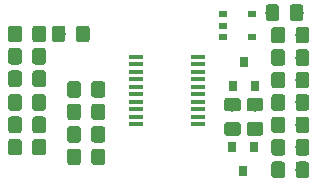
<source format=gbr>
G04 #@! TF.GenerationSoftware,KiCad,Pcbnew,(5.1.4)-1*
G04 #@! TF.CreationDate,2020-11-01T21:23:20+01:00*
G04 #@! TF.ProjectId,deauther-andromeda,64656175-7468-4657-922d-616e64726f6d,rev?*
G04 #@! TF.SameCoordinates,Original*
G04 #@! TF.FileFunction,Paste,Bot*
G04 #@! TF.FilePolarity,Positive*
%FSLAX46Y46*%
G04 Gerber Fmt 4.6, Leading zero omitted, Abs format (unit mm)*
G04 Created by KiCad (PCBNEW (5.1.4)-1) date 2020-11-01 21:23:20*
%MOMM*%
%LPD*%
G04 APERTURE LIST*
%ADD10R,0.800000X0.550000*%
%ADD11C,0.100000*%
%ADD12C,1.150000*%
%ADD13R,0.800000X0.900000*%
%ADD14R,1.200000X0.400000*%
G04 APERTURE END LIST*
D10*
X153179780Y-78458140D03*
X150779780Y-78458140D03*
X150779780Y-77508140D03*
X150779780Y-76558140D03*
X153179780Y-76558140D03*
D11*
G36*
X138494505Y-87911204D02*
G01*
X138518773Y-87914804D01*
X138542572Y-87920765D01*
X138565671Y-87929030D01*
X138587850Y-87939520D01*
X138608893Y-87952132D01*
X138628599Y-87966747D01*
X138646777Y-87983223D01*
X138663253Y-88001401D01*
X138677868Y-88021107D01*
X138690480Y-88042150D01*
X138700970Y-88064329D01*
X138709235Y-88087428D01*
X138715196Y-88111227D01*
X138718796Y-88135495D01*
X138720000Y-88159999D01*
X138720000Y-89060001D01*
X138718796Y-89084505D01*
X138715196Y-89108773D01*
X138709235Y-89132572D01*
X138700970Y-89155671D01*
X138690480Y-89177850D01*
X138677868Y-89198893D01*
X138663253Y-89218599D01*
X138646777Y-89236777D01*
X138628599Y-89253253D01*
X138608893Y-89267868D01*
X138587850Y-89280480D01*
X138565671Y-89290970D01*
X138542572Y-89299235D01*
X138518773Y-89305196D01*
X138494505Y-89308796D01*
X138470001Y-89310000D01*
X137819999Y-89310000D01*
X137795495Y-89308796D01*
X137771227Y-89305196D01*
X137747428Y-89299235D01*
X137724329Y-89290970D01*
X137702150Y-89280480D01*
X137681107Y-89267868D01*
X137661401Y-89253253D01*
X137643223Y-89236777D01*
X137626747Y-89218599D01*
X137612132Y-89198893D01*
X137599520Y-89177850D01*
X137589030Y-89155671D01*
X137580765Y-89132572D01*
X137574804Y-89108773D01*
X137571204Y-89084505D01*
X137570000Y-89060001D01*
X137570000Y-88159999D01*
X137571204Y-88135495D01*
X137574804Y-88111227D01*
X137580765Y-88087428D01*
X137589030Y-88064329D01*
X137599520Y-88042150D01*
X137612132Y-88021107D01*
X137626747Y-88001401D01*
X137643223Y-87983223D01*
X137661401Y-87966747D01*
X137681107Y-87952132D01*
X137702150Y-87939520D01*
X137724329Y-87929030D01*
X137747428Y-87920765D01*
X137771227Y-87914804D01*
X137795495Y-87911204D01*
X137819999Y-87910000D01*
X138470001Y-87910000D01*
X138494505Y-87911204D01*
X138494505Y-87911204D01*
G37*
D12*
X138145000Y-88610000D03*
D11*
G36*
X140544505Y-87911204D02*
G01*
X140568773Y-87914804D01*
X140592572Y-87920765D01*
X140615671Y-87929030D01*
X140637850Y-87939520D01*
X140658893Y-87952132D01*
X140678599Y-87966747D01*
X140696777Y-87983223D01*
X140713253Y-88001401D01*
X140727868Y-88021107D01*
X140740480Y-88042150D01*
X140750970Y-88064329D01*
X140759235Y-88087428D01*
X140765196Y-88111227D01*
X140768796Y-88135495D01*
X140770000Y-88159999D01*
X140770000Y-89060001D01*
X140768796Y-89084505D01*
X140765196Y-89108773D01*
X140759235Y-89132572D01*
X140750970Y-89155671D01*
X140740480Y-89177850D01*
X140727868Y-89198893D01*
X140713253Y-89218599D01*
X140696777Y-89236777D01*
X140678599Y-89253253D01*
X140658893Y-89267868D01*
X140637850Y-89280480D01*
X140615671Y-89290970D01*
X140592572Y-89299235D01*
X140568773Y-89305196D01*
X140544505Y-89308796D01*
X140520001Y-89310000D01*
X139869999Y-89310000D01*
X139845495Y-89308796D01*
X139821227Y-89305196D01*
X139797428Y-89299235D01*
X139774329Y-89290970D01*
X139752150Y-89280480D01*
X139731107Y-89267868D01*
X139711401Y-89253253D01*
X139693223Y-89236777D01*
X139676747Y-89218599D01*
X139662132Y-89198893D01*
X139649520Y-89177850D01*
X139639030Y-89155671D01*
X139630765Y-89132572D01*
X139624804Y-89108773D01*
X139621204Y-89084505D01*
X139620000Y-89060001D01*
X139620000Y-88159999D01*
X139621204Y-88135495D01*
X139624804Y-88111227D01*
X139630765Y-88087428D01*
X139639030Y-88064329D01*
X139649520Y-88042150D01*
X139662132Y-88021107D01*
X139676747Y-88001401D01*
X139693223Y-87983223D01*
X139711401Y-87966747D01*
X139731107Y-87952132D01*
X139752150Y-87939520D01*
X139774329Y-87929030D01*
X139797428Y-87920765D01*
X139821227Y-87914804D01*
X139845495Y-87911204D01*
X139869999Y-87910000D01*
X140520001Y-87910000D01*
X140544505Y-87911204D01*
X140544505Y-87911204D01*
G37*
D12*
X140195000Y-88610000D03*
D11*
G36*
X133494505Y-85201204D02*
G01*
X133518773Y-85204804D01*
X133542572Y-85210765D01*
X133565671Y-85219030D01*
X133587850Y-85229520D01*
X133608893Y-85242132D01*
X133628599Y-85256747D01*
X133646777Y-85273223D01*
X133663253Y-85291401D01*
X133677868Y-85311107D01*
X133690480Y-85332150D01*
X133700970Y-85354329D01*
X133709235Y-85377428D01*
X133715196Y-85401227D01*
X133718796Y-85425495D01*
X133720000Y-85449999D01*
X133720000Y-86350001D01*
X133718796Y-86374505D01*
X133715196Y-86398773D01*
X133709235Y-86422572D01*
X133700970Y-86445671D01*
X133690480Y-86467850D01*
X133677868Y-86488893D01*
X133663253Y-86508599D01*
X133646777Y-86526777D01*
X133628599Y-86543253D01*
X133608893Y-86557868D01*
X133587850Y-86570480D01*
X133565671Y-86580970D01*
X133542572Y-86589235D01*
X133518773Y-86595196D01*
X133494505Y-86598796D01*
X133470001Y-86600000D01*
X132819999Y-86600000D01*
X132795495Y-86598796D01*
X132771227Y-86595196D01*
X132747428Y-86589235D01*
X132724329Y-86580970D01*
X132702150Y-86570480D01*
X132681107Y-86557868D01*
X132661401Y-86543253D01*
X132643223Y-86526777D01*
X132626747Y-86508599D01*
X132612132Y-86488893D01*
X132599520Y-86467850D01*
X132589030Y-86445671D01*
X132580765Y-86422572D01*
X132574804Y-86398773D01*
X132571204Y-86374505D01*
X132570000Y-86350001D01*
X132570000Y-85449999D01*
X132571204Y-85425495D01*
X132574804Y-85401227D01*
X132580765Y-85377428D01*
X132589030Y-85354329D01*
X132599520Y-85332150D01*
X132612132Y-85311107D01*
X132626747Y-85291401D01*
X132643223Y-85273223D01*
X132661401Y-85256747D01*
X132681107Y-85242132D01*
X132702150Y-85229520D01*
X132724329Y-85219030D01*
X132747428Y-85210765D01*
X132771227Y-85204804D01*
X132795495Y-85201204D01*
X132819999Y-85200000D01*
X133470001Y-85200000D01*
X133494505Y-85201204D01*
X133494505Y-85201204D01*
G37*
D12*
X133145000Y-85900000D03*
D11*
G36*
X135544505Y-85201204D02*
G01*
X135568773Y-85204804D01*
X135592572Y-85210765D01*
X135615671Y-85219030D01*
X135637850Y-85229520D01*
X135658893Y-85242132D01*
X135678599Y-85256747D01*
X135696777Y-85273223D01*
X135713253Y-85291401D01*
X135727868Y-85311107D01*
X135740480Y-85332150D01*
X135750970Y-85354329D01*
X135759235Y-85377428D01*
X135765196Y-85401227D01*
X135768796Y-85425495D01*
X135770000Y-85449999D01*
X135770000Y-86350001D01*
X135768796Y-86374505D01*
X135765196Y-86398773D01*
X135759235Y-86422572D01*
X135750970Y-86445671D01*
X135740480Y-86467850D01*
X135727868Y-86488893D01*
X135713253Y-86508599D01*
X135696777Y-86526777D01*
X135678599Y-86543253D01*
X135658893Y-86557868D01*
X135637850Y-86570480D01*
X135615671Y-86580970D01*
X135592572Y-86589235D01*
X135568773Y-86595196D01*
X135544505Y-86598796D01*
X135520001Y-86600000D01*
X134869999Y-86600000D01*
X134845495Y-86598796D01*
X134821227Y-86595196D01*
X134797428Y-86589235D01*
X134774329Y-86580970D01*
X134752150Y-86570480D01*
X134731107Y-86557868D01*
X134711401Y-86543253D01*
X134693223Y-86526777D01*
X134676747Y-86508599D01*
X134662132Y-86488893D01*
X134649520Y-86467850D01*
X134639030Y-86445671D01*
X134630765Y-86422572D01*
X134624804Y-86398773D01*
X134621204Y-86374505D01*
X134620000Y-86350001D01*
X134620000Y-85449999D01*
X134621204Y-85425495D01*
X134624804Y-85401227D01*
X134630765Y-85377428D01*
X134639030Y-85354329D01*
X134649520Y-85332150D01*
X134662132Y-85311107D01*
X134676747Y-85291401D01*
X134693223Y-85273223D01*
X134711401Y-85256747D01*
X134731107Y-85242132D01*
X134752150Y-85229520D01*
X134774329Y-85219030D01*
X134797428Y-85210765D01*
X134821227Y-85204804D01*
X134845495Y-85201204D01*
X134869999Y-85200000D01*
X135520001Y-85200000D01*
X135544505Y-85201204D01*
X135544505Y-85201204D01*
G37*
D12*
X135195000Y-85900000D03*
D11*
G36*
X133494505Y-79401204D02*
G01*
X133518773Y-79404804D01*
X133542572Y-79410765D01*
X133565671Y-79419030D01*
X133587850Y-79429520D01*
X133608893Y-79442132D01*
X133628599Y-79456747D01*
X133646777Y-79473223D01*
X133663253Y-79491401D01*
X133677868Y-79511107D01*
X133690480Y-79532150D01*
X133700970Y-79554329D01*
X133709235Y-79577428D01*
X133715196Y-79601227D01*
X133718796Y-79625495D01*
X133720000Y-79649999D01*
X133720000Y-80550001D01*
X133718796Y-80574505D01*
X133715196Y-80598773D01*
X133709235Y-80622572D01*
X133700970Y-80645671D01*
X133690480Y-80667850D01*
X133677868Y-80688893D01*
X133663253Y-80708599D01*
X133646777Y-80726777D01*
X133628599Y-80743253D01*
X133608893Y-80757868D01*
X133587850Y-80770480D01*
X133565671Y-80780970D01*
X133542572Y-80789235D01*
X133518773Y-80795196D01*
X133494505Y-80798796D01*
X133470001Y-80800000D01*
X132819999Y-80800000D01*
X132795495Y-80798796D01*
X132771227Y-80795196D01*
X132747428Y-80789235D01*
X132724329Y-80780970D01*
X132702150Y-80770480D01*
X132681107Y-80757868D01*
X132661401Y-80743253D01*
X132643223Y-80726777D01*
X132626747Y-80708599D01*
X132612132Y-80688893D01*
X132599520Y-80667850D01*
X132589030Y-80645671D01*
X132580765Y-80622572D01*
X132574804Y-80598773D01*
X132571204Y-80574505D01*
X132570000Y-80550001D01*
X132570000Y-79649999D01*
X132571204Y-79625495D01*
X132574804Y-79601227D01*
X132580765Y-79577428D01*
X132589030Y-79554329D01*
X132599520Y-79532150D01*
X132612132Y-79511107D01*
X132626747Y-79491401D01*
X132643223Y-79473223D01*
X132661401Y-79456747D01*
X132681107Y-79442132D01*
X132702150Y-79429520D01*
X132724329Y-79419030D01*
X132747428Y-79410765D01*
X132771227Y-79404804D01*
X132795495Y-79401204D01*
X132819999Y-79400000D01*
X133470001Y-79400000D01*
X133494505Y-79401204D01*
X133494505Y-79401204D01*
G37*
D12*
X133145000Y-80100000D03*
D11*
G36*
X135544505Y-79401204D02*
G01*
X135568773Y-79404804D01*
X135592572Y-79410765D01*
X135615671Y-79419030D01*
X135637850Y-79429520D01*
X135658893Y-79442132D01*
X135678599Y-79456747D01*
X135696777Y-79473223D01*
X135713253Y-79491401D01*
X135727868Y-79511107D01*
X135740480Y-79532150D01*
X135750970Y-79554329D01*
X135759235Y-79577428D01*
X135765196Y-79601227D01*
X135768796Y-79625495D01*
X135770000Y-79649999D01*
X135770000Y-80550001D01*
X135768796Y-80574505D01*
X135765196Y-80598773D01*
X135759235Y-80622572D01*
X135750970Y-80645671D01*
X135740480Y-80667850D01*
X135727868Y-80688893D01*
X135713253Y-80708599D01*
X135696777Y-80726777D01*
X135678599Y-80743253D01*
X135658893Y-80757868D01*
X135637850Y-80770480D01*
X135615671Y-80780970D01*
X135592572Y-80789235D01*
X135568773Y-80795196D01*
X135544505Y-80798796D01*
X135520001Y-80800000D01*
X134869999Y-80800000D01*
X134845495Y-80798796D01*
X134821227Y-80795196D01*
X134797428Y-80789235D01*
X134774329Y-80780970D01*
X134752150Y-80770480D01*
X134731107Y-80757868D01*
X134711401Y-80743253D01*
X134693223Y-80726777D01*
X134676747Y-80708599D01*
X134662132Y-80688893D01*
X134649520Y-80667850D01*
X134639030Y-80645671D01*
X134630765Y-80622572D01*
X134624804Y-80598773D01*
X134621204Y-80574505D01*
X134620000Y-80550001D01*
X134620000Y-79649999D01*
X134621204Y-79625495D01*
X134624804Y-79601227D01*
X134630765Y-79577428D01*
X134639030Y-79554329D01*
X134649520Y-79532150D01*
X134662132Y-79511107D01*
X134676747Y-79491401D01*
X134693223Y-79473223D01*
X134711401Y-79456747D01*
X134731107Y-79442132D01*
X134752150Y-79429520D01*
X134774329Y-79419030D01*
X134797428Y-79410765D01*
X134821227Y-79404804D01*
X134845495Y-79401204D01*
X134869999Y-79400000D01*
X135520001Y-79400000D01*
X135544505Y-79401204D01*
X135544505Y-79401204D01*
G37*
D12*
X135195000Y-80100000D03*
D11*
G36*
X139244505Y-77501204D02*
G01*
X139268773Y-77504804D01*
X139292572Y-77510765D01*
X139315671Y-77519030D01*
X139337850Y-77529520D01*
X139358893Y-77542132D01*
X139378599Y-77556747D01*
X139396777Y-77573223D01*
X139413253Y-77591401D01*
X139427868Y-77611107D01*
X139440480Y-77632150D01*
X139450970Y-77654329D01*
X139459235Y-77677428D01*
X139465196Y-77701227D01*
X139468796Y-77725495D01*
X139470000Y-77749999D01*
X139470000Y-78650001D01*
X139468796Y-78674505D01*
X139465196Y-78698773D01*
X139459235Y-78722572D01*
X139450970Y-78745671D01*
X139440480Y-78767850D01*
X139427868Y-78788893D01*
X139413253Y-78808599D01*
X139396777Y-78826777D01*
X139378599Y-78843253D01*
X139358893Y-78857868D01*
X139337850Y-78870480D01*
X139315671Y-78880970D01*
X139292572Y-78889235D01*
X139268773Y-78895196D01*
X139244505Y-78898796D01*
X139220001Y-78900000D01*
X138569999Y-78900000D01*
X138545495Y-78898796D01*
X138521227Y-78895196D01*
X138497428Y-78889235D01*
X138474329Y-78880970D01*
X138452150Y-78870480D01*
X138431107Y-78857868D01*
X138411401Y-78843253D01*
X138393223Y-78826777D01*
X138376747Y-78808599D01*
X138362132Y-78788893D01*
X138349520Y-78767850D01*
X138339030Y-78745671D01*
X138330765Y-78722572D01*
X138324804Y-78698773D01*
X138321204Y-78674505D01*
X138320000Y-78650001D01*
X138320000Y-77749999D01*
X138321204Y-77725495D01*
X138324804Y-77701227D01*
X138330765Y-77677428D01*
X138339030Y-77654329D01*
X138349520Y-77632150D01*
X138362132Y-77611107D01*
X138376747Y-77591401D01*
X138393223Y-77573223D01*
X138411401Y-77556747D01*
X138431107Y-77542132D01*
X138452150Y-77529520D01*
X138474329Y-77519030D01*
X138497428Y-77510765D01*
X138521227Y-77504804D01*
X138545495Y-77501204D01*
X138569999Y-77500000D01*
X139220001Y-77500000D01*
X139244505Y-77501204D01*
X139244505Y-77501204D01*
G37*
D12*
X138895000Y-78200000D03*
D11*
G36*
X137194505Y-77501204D02*
G01*
X137218773Y-77504804D01*
X137242572Y-77510765D01*
X137265671Y-77519030D01*
X137287850Y-77529520D01*
X137308893Y-77542132D01*
X137328599Y-77556747D01*
X137346777Y-77573223D01*
X137363253Y-77591401D01*
X137377868Y-77611107D01*
X137390480Y-77632150D01*
X137400970Y-77654329D01*
X137409235Y-77677428D01*
X137415196Y-77701227D01*
X137418796Y-77725495D01*
X137420000Y-77749999D01*
X137420000Y-78650001D01*
X137418796Y-78674505D01*
X137415196Y-78698773D01*
X137409235Y-78722572D01*
X137400970Y-78745671D01*
X137390480Y-78767850D01*
X137377868Y-78788893D01*
X137363253Y-78808599D01*
X137346777Y-78826777D01*
X137328599Y-78843253D01*
X137308893Y-78857868D01*
X137287850Y-78870480D01*
X137265671Y-78880970D01*
X137242572Y-78889235D01*
X137218773Y-78895196D01*
X137194505Y-78898796D01*
X137170001Y-78900000D01*
X136519999Y-78900000D01*
X136495495Y-78898796D01*
X136471227Y-78895196D01*
X136447428Y-78889235D01*
X136424329Y-78880970D01*
X136402150Y-78870480D01*
X136381107Y-78857868D01*
X136361401Y-78843253D01*
X136343223Y-78826777D01*
X136326747Y-78808599D01*
X136312132Y-78788893D01*
X136299520Y-78767850D01*
X136289030Y-78745671D01*
X136280765Y-78722572D01*
X136274804Y-78698773D01*
X136271204Y-78674505D01*
X136270000Y-78650001D01*
X136270000Y-77749999D01*
X136271204Y-77725495D01*
X136274804Y-77701227D01*
X136280765Y-77677428D01*
X136289030Y-77654329D01*
X136299520Y-77632150D01*
X136312132Y-77611107D01*
X136326747Y-77591401D01*
X136343223Y-77573223D01*
X136361401Y-77556747D01*
X136381107Y-77542132D01*
X136402150Y-77529520D01*
X136424329Y-77519030D01*
X136447428Y-77510765D01*
X136471227Y-77504804D01*
X136495495Y-77501204D01*
X136519999Y-77500000D01*
X137170001Y-77500000D01*
X137194505Y-77501204D01*
X137194505Y-77501204D01*
G37*
D12*
X136845000Y-78200000D03*
D11*
G36*
X140544505Y-86011204D02*
G01*
X140568773Y-86014804D01*
X140592572Y-86020765D01*
X140615671Y-86029030D01*
X140637850Y-86039520D01*
X140658893Y-86052132D01*
X140678599Y-86066747D01*
X140696777Y-86083223D01*
X140713253Y-86101401D01*
X140727868Y-86121107D01*
X140740480Y-86142150D01*
X140750970Y-86164329D01*
X140759235Y-86187428D01*
X140765196Y-86211227D01*
X140768796Y-86235495D01*
X140770000Y-86259999D01*
X140770000Y-87160001D01*
X140768796Y-87184505D01*
X140765196Y-87208773D01*
X140759235Y-87232572D01*
X140750970Y-87255671D01*
X140740480Y-87277850D01*
X140727868Y-87298893D01*
X140713253Y-87318599D01*
X140696777Y-87336777D01*
X140678599Y-87353253D01*
X140658893Y-87367868D01*
X140637850Y-87380480D01*
X140615671Y-87390970D01*
X140592572Y-87399235D01*
X140568773Y-87405196D01*
X140544505Y-87408796D01*
X140520001Y-87410000D01*
X139869999Y-87410000D01*
X139845495Y-87408796D01*
X139821227Y-87405196D01*
X139797428Y-87399235D01*
X139774329Y-87390970D01*
X139752150Y-87380480D01*
X139731107Y-87367868D01*
X139711401Y-87353253D01*
X139693223Y-87336777D01*
X139676747Y-87318599D01*
X139662132Y-87298893D01*
X139649520Y-87277850D01*
X139639030Y-87255671D01*
X139630765Y-87232572D01*
X139624804Y-87208773D01*
X139621204Y-87184505D01*
X139620000Y-87160001D01*
X139620000Y-86259999D01*
X139621204Y-86235495D01*
X139624804Y-86211227D01*
X139630765Y-86187428D01*
X139639030Y-86164329D01*
X139649520Y-86142150D01*
X139662132Y-86121107D01*
X139676747Y-86101401D01*
X139693223Y-86083223D01*
X139711401Y-86066747D01*
X139731107Y-86052132D01*
X139752150Y-86039520D01*
X139774329Y-86029030D01*
X139797428Y-86020765D01*
X139821227Y-86014804D01*
X139845495Y-86011204D01*
X139869999Y-86010000D01*
X140520001Y-86010000D01*
X140544505Y-86011204D01*
X140544505Y-86011204D01*
G37*
D12*
X140195000Y-86710000D03*
D11*
G36*
X138494505Y-86011204D02*
G01*
X138518773Y-86014804D01*
X138542572Y-86020765D01*
X138565671Y-86029030D01*
X138587850Y-86039520D01*
X138608893Y-86052132D01*
X138628599Y-86066747D01*
X138646777Y-86083223D01*
X138663253Y-86101401D01*
X138677868Y-86121107D01*
X138690480Y-86142150D01*
X138700970Y-86164329D01*
X138709235Y-86187428D01*
X138715196Y-86211227D01*
X138718796Y-86235495D01*
X138720000Y-86259999D01*
X138720000Y-87160001D01*
X138718796Y-87184505D01*
X138715196Y-87208773D01*
X138709235Y-87232572D01*
X138700970Y-87255671D01*
X138690480Y-87277850D01*
X138677868Y-87298893D01*
X138663253Y-87318599D01*
X138646777Y-87336777D01*
X138628599Y-87353253D01*
X138608893Y-87367868D01*
X138587850Y-87380480D01*
X138565671Y-87390970D01*
X138542572Y-87399235D01*
X138518773Y-87405196D01*
X138494505Y-87408796D01*
X138470001Y-87410000D01*
X137819999Y-87410000D01*
X137795495Y-87408796D01*
X137771227Y-87405196D01*
X137747428Y-87399235D01*
X137724329Y-87390970D01*
X137702150Y-87380480D01*
X137681107Y-87367868D01*
X137661401Y-87353253D01*
X137643223Y-87336777D01*
X137626747Y-87318599D01*
X137612132Y-87298893D01*
X137599520Y-87277850D01*
X137589030Y-87255671D01*
X137580765Y-87232572D01*
X137574804Y-87208773D01*
X137571204Y-87184505D01*
X137570000Y-87160001D01*
X137570000Y-86259999D01*
X137571204Y-86235495D01*
X137574804Y-86211227D01*
X137580765Y-86187428D01*
X137589030Y-86164329D01*
X137599520Y-86142150D01*
X137612132Y-86121107D01*
X137626747Y-86101401D01*
X137643223Y-86083223D01*
X137661401Y-86066747D01*
X137681107Y-86052132D01*
X137702150Y-86039520D01*
X137724329Y-86029030D01*
X137747428Y-86020765D01*
X137771227Y-86014804D01*
X137795495Y-86011204D01*
X137819999Y-86010000D01*
X138470001Y-86010000D01*
X138494505Y-86011204D01*
X138494505Y-86011204D01*
G37*
D12*
X138145000Y-86710000D03*
D11*
G36*
X133494505Y-81301204D02*
G01*
X133518773Y-81304804D01*
X133542572Y-81310765D01*
X133565671Y-81319030D01*
X133587850Y-81329520D01*
X133608893Y-81342132D01*
X133628599Y-81356747D01*
X133646777Y-81373223D01*
X133663253Y-81391401D01*
X133677868Y-81411107D01*
X133690480Y-81432150D01*
X133700970Y-81454329D01*
X133709235Y-81477428D01*
X133715196Y-81501227D01*
X133718796Y-81525495D01*
X133720000Y-81549999D01*
X133720000Y-82450001D01*
X133718796Y-82474505D01*
X133715196Y-82498773D01*
X133709235Y-82522572D01*
X133700970Y-82545671D01*
X133690480Y-82567850D01*
X133677868Y-82588893D01*
X133663253Y-82608599D01*
X133646777Y-82626777D01*
X133628599Y-82643253D01*
X133608893Y-82657868D01*
X133587850Y-82670480D01*
X133565671Y-82680970D01*
X133542572Y-82689235D01*
X133518773Y-82695196D01*
X133494505Y-82698796D01*
X133470001Y-82700000D01*
X132819999Y-82700000D01*
X132795495Y-82698796D01*
X132771227Y-82695196D01*
X132747428Y-82689235D01*
X132724329Y-82680970D01*
X132702150Y-82670480D01*
X132681107Y-82657868D01*
X132661401Y-82643253D01*
X132643223Y-82626777D01*
X132626747Y-82608599D01*
X132612132Y-82588893D01*
X132599520Y-82567850D01*
X132589030Y-82545671D01*
X132580765Y-82522572D01*
X132574804Y-82498773D01*
X132571204Y-82474505D01*
X132570000Y-82450001D01*
X132570000Y-81549999D01*
X132571204Y-81525495D01*
X132574804Y-81501227D01*
X132580765Y-81477428D01*
X132589030Y-81454329D01*
X132599520Y-81432150D01*
X132612132Y-81411107D01*
X132626747Y-81391401D01*
X132643223Y-81373223D01*
X132661401Y-81356747D01*
X132681107Y-81342132D01*
X132702150Y-81329520D01*
X132724329Y-81319030D01*
X132747428Y-81310765D01*
X132771227Y-81304804D01*
X132795495Y-81301204D01*
X132819999Y-81300000D01*
X133470001Y-81300000D01*
X133494505Y-81301204D01*
X133494505Y-81301204D01*
G37*
D12*
X133145000Y-82000000D03*
D11*
G36*
X135544505Y-81301204D02*
G01*
X135568773Y-81304804D01*
X135592572Y-81310765D01*
X135615671Y-81319030D01*
X135637850Y-81329520D01*
X135658893Y-81342132D01*
X135678599Y-81356747D01*
X135696777Y-81373223D01*
X135713253Y-81391401D01*
X135727868Y-81411107D01*
X135740480Y-81432150D01*
X135750970Y-81454329D01*
X135759235Y-81477428D01*
X135765196Y-81501227D01*
X135768796Y-81525495D01*
X135770000Y-81549999D01*
X135770000Y-82450001D01*
X135768796Y-82474505D01*
X135765196Y-82498773D01*
X135759235Y-82522572D01*
X135750970Y-82545671D01*
X135740480Y-82567850D01*
X135727868Y-82588893D01*
X135713253Y-82608599D01*
X135696777Y-82626777D01*
X135678599Y-82643253D01*
X135658893Y-82657868D01*
X135637850Y-82670480D01*
X135615671Y-82680970D01*
X135592572Y-82689235D01*
X135568773Y-82695196D01*
X135544505Y-82698796D01*
X135520001Y-82700000D01*
X134869999Y-82700000D01*
X134845495Y-82698796D01*
X134821227Y-82695196D01*
X134797428Y-82689235D01*
X134774329Y-82680970D01*
X134752150Y-82670480D01*
X134731107Y-82657868D01*
X134711401Y-82643253D01*
X134693223Y-82626777D01*
X134676747Y-82608599D01*
X134662132Y-82588893D01*
X134649520Y-82567850D01*
X134639030Y-82545671D01*
X134630765Y-82522572D01*
X134624804Y-82498773D01*
X134621204Y-82474505D01*
X134620000Y-82450001D01*
X134620000Y-81549999D01*
X134621204Y-81525495D01*
X134624804Y-81501227D01*
X134630765Y-81477428D01*
X134639030Y-81454329D01*
X134649520Y-81432150D01*
X134662132Y-81411107D01*
X134676747Y-81391401D01*
X134693223Y-81373223D01*
X134711401Y-81356747D01*
X134731107Y-81342132D01*
X134752150Y-81329520D01*
X134774329Y-81319030D01*
X134797428Y-81310765D01*
X134821227Y-81304804D01*
X134845495Y-81301204D01*
X134869999Y-81300000D01*
X135520001Y-81300000D01*
X135544505Y-81301204D01*
X135544505Y-81301204D01*
G37*
D12*
X135195000Y-82000000D03*
D11*
G36*
X133494505Y-83301204D02*
G01*
X133518773Y-83304804D01*
X133542572Y-83310765D01*
X133565671Y-83319030D01*
X133587850Y-83329520D01*
X133608893Y-83342132D01*
X133628599Y-83356747D01*
X133646777Y-83373223D01*
X133663253Y-83391401D01*
X133677868Y-83411107D01*
X133690480Y-83432150D01*
X133700970Y-83454329D01*
X133709235Y-83477428D01*
X133715196Y-83501227D01*
X133718796Y-83525495D01*
X133720000Y-83549999D01*
X133720000Y-84450001D01*
X133718796Y-84474505D01*
X133715196Y-84498773D01*
X133709235Y-84522572D01*
X133700970Y-84545671D01*
X133690480Y-84567850D01*
X133677868Y-84588893D01*
X133663253Y-84608599D01*
X133646777Y-84626777D01*
X133628599Y-84643253D01*
X133608893Y-84657868D01*
X133587850Y-84670480D01*
X133565671Y-84680970D01*
X133542572Y-84689235D01*
X133518773Y-84695196D01*
X133494505Y-84698796D01*
X133470001Y-84700000D01*
X132819999Y-84700000D01*
X132795495Y-84698796D01*
X132771227Y-84695196D01*
X132747428Y-84689235D01*
X132724329Y-84680970D01*
X132702150Y-84670480D01*
X132681107Y-84657868D01*
X132661401Y-84643253D01*
X132643223Y-84626777D01*
X132626747Y-84608599D01*
X132612132Y-84588893D01*
X132599520Y-84567850D01*
X132589030Y-84545671D01*
X132580765Y-84522572D01*
X132574804Y-84498773D01*
X132571204Y-84474505D01*
X132570000Y-84450001D01*
X132570000Y-83549999D01*
X132571204Y-83525495D01*
X132574804Y-83501227D01*
X132580765Y-83477428D01*
X132589030Y-83454329D01*
X132599520Y-83432150D01*
X132612132Y-83411107D01*
X132626747Y-83391401D01*
X132643223Y-83373223D01*
X132661401Y-83356747D01*
X132681107Y-83342132D01*
X132702150Y-83329520D01*
X132724329Y-83319030D01*
X132747428Y-83310765D01*
X132771227Y-83304804D01*
X132795495Y-83301204D01*
X132819999Y-83300000D01*
X133470001Y-83300000D01*
X133494505Y-83301204D01*
X133494505Y-83301204D01*
G37*
D12*
X133145000Y-84000000D03*
D11*
G36*
X135544505Y-83301204D02*
G01*
X135568773Y-83304804D01*
X135592572Y-83310765D01*
X135615671Y-83319030D01*
X135637850Y-83329520D01*
X135658893Y-83342132D01*
X135678599Y-83356747D01*
X135696777Y-83373223D01*
X135713253Y-83391401D01*
X135727868Y-83411107D01*
X135740480Y-83432150D01*
X135750970Y-83454329D01*
X135759235Y-83477428D01*
X135765196Y-83501227D01*
X135768796Y-83525495D01*
X135770000Y-83549999D01*
X135770000Y-84450001D01*
X135768796Y-84474505D01*
X135765196Y-84498773D01*
X135759235Y-84522572D01*
X135750970Y-84545671D01*
X135740480Y-84567850D01*
X135727868Y-84588893D01*
X135713253Y-84608599D01*
X135696777Y-84626777D01*
X135678599Y-84643253D01*
X135658893Y-84657868D01*
X135637850Y-84670480D01*
X135615671Y-84680970D01*
X135592572Y-84689235D01*
X135568773Y-84695196D01*
X135544505Y-84698796D01*
X135520001Y-84700000D01*
X134869999Y-84700000D01*
X134845495Y-84698796D01*
X134821227Y-84695196D01*
X134797428Y-84689235D01*
X134774329Y-84680970D01*
X134752150Y-84670480D01*
X134731107Y-84657868D01*
X134711401Y-84643253D01*
X134693223Y-84626777D01*
X134676747Y-84608599D01*
X134662132Y-84588893D01*
X134649520Y-84567850D01*
X134639030Y-84545671D01*
X134630765Y-84522572D01*
X134624804Y-84498773D01*
X134621204Y-84474505D01*
X134620000Y-84450001D01*
X134620000Y-83549999D01*
X134621204Y-83525495D01*
X134624804Y-83501227D01*
X134630765Y-83477428D01*
X134639030Y-83454329D01*
X134649520Y-83432150D01*
X134662132Y-83411107D01*
X134676747Y-83391401D01*
X134693223Y-83373223D01*
X134711401Y-83356747D01*
X134731107Y-83342132D01*
X134752150Y-83329520D01*
X134774329Y-83319030D01*
X134797428Y-83310765D01*
X134821227Y-83304804D01*
X134845495Y-83301204D01*
X134869999Y-83300000D01*
X135520001Y-83300000D01*
X135544505Y-83301204D01*
X135544505Y-83301204D01*
G37*
D12*
X135195000Y-84000000D03*
D11*
G36*
X152034505Y-85671204D02*
G01*
X152058773Y-85674804D01*
X152082572Y-85680765D01*
X152105671Y-85689030D01*
X152127850Y-85699520D01*
X152148893Y-85712132D01*
X152168599Y-85726747D01*
X152186777Y-85743223D01*
X152203253Y-85761401D01*
X152217868Y-85781107D01*
X152230480Y-85802150D01*
X152240970Y-85824329D01*
X152249235Y-85847428D01*
X152255196Y-85871227D01*
X152258796Y-85895495D01*
X152260000Y-85919999D01*
X152260000Y-86570001D01*
X152258796Y-86594505D01*
X152255196Y-86618773D01*
X152249235Y-86642572D01*
X152240970Y-86665671D01*
X152230480Y-86687850D01*
X152217868Y-86708893D01*
X152203253Y-86728599D01*
X152186777Y-86746777D01*
X152168599Y-86763253D01*
X152148893Y-86777868D01*
X152127850Y-86790480D01*
X152105671Y-86800970D01*
X152082572Y-86809235D01*
X152058773Y-86815196D01*
X152034505Y-86818796D01*
X152010001Y-86820000D01*
X151109999Y-86820000D01*
X151085495Y-86818796D01*
X151061227Y-86815196D01*
X151037428Y-86809235D01*
X151014329Y-86800970D01*
X150992150Y-86790480D01*
X150971107Y-86777868D01*
X150951401Y-86763253D01*
X150933223Y-86746777D01*
X150916747Y-86728599D01*
X150902132Y-86708893D01*
X150889520Y-86687850D01*
X150879030Y-86665671D01*
X150870765Y-86642572D01*
X150864804Y-86618773D01*
X150861204Y-86594505D01*
X150860000Y-86570001D01*
X150860000Y-85919999D01*
X150861204Y-85895495D01*
X150864804Y-85871227D01*
X150870765Y-85847428D01*
X150879030Y-85824329D01*
X150889520Y-85802150D01*
X150902132Y-85781107D01*
X150916747Y-85761401D01*
X150933223Y-85743223D01*
X150951401Y-85726747D01*
X150971107Y-85712132D01*
X150992150Y-85699520D01*
X151014329Y-85689030D01*
X151037428Y-85680765D01*
X151061227Y-85674804D01*
X151085495Y-85671204D01*
X151109999Y-85670000D01*
X152010001Y-85670000D01*
X152034505Y-85671204D01*
X152034505Y-85671204D01*
G37*
D12*
X151560000Y-86245000D03*
D11*
G36*
X152034505Y-83621204D02*
G01*
X152058773Y-83624804D01*
X152082572Y-83630765D01*
X152105671Y-83639030D01*
X152127850Y-83649520D01*
X152148893Y-83662132D01*
X152168599Y-83676747D01*
X152186777Y-83693223D01*
X152203253Y-83711401D01*
X152217868Y-83731107D01*
X152230480Y-83752150D01*
X152240970Y-83774329D01*
X152249235Y-83797428D01*
X152255196Y-83821227D01*
X152258796Y-83845495D01*
X152260000Y-83869999D01*
X152260000Y-84520001D01*
X152258796Y-84544505D01*
X152255196Y-84568773D01*
X152249235Y-84592572D01*
X152240970Y-84615671D01*
X152230480Y-84637850D01*
X152217868Y-84658893D01*
X152203253Y-84678599D01*
X152186777Y-84696777D01*
X152168599Y-84713253D01*
X152148893Y-84727868D01*
X152127850Y-84740480D01*
X152105671Y-84750970D01*
X152082572Y-84759235D01*
X152058773Y-84765196D01*
X152034505Y-84768796D01*
X152010001Y-84770000D01*
X151109999Y-84770000D01*
X151085495Y-84768796D01*
X151061227Y-84765196D01*
X151037428Y-84759235D01*
X151014329Y-84750970D01*
X150992150Y-84740480D01*
X150971107Y-84727868D01*
X150951401Y-84713253D01*
X150933223Y-84696777D01*
X150916747Y-84678599D01*
X150902132Y-84658893D01*
X150889520Y-84637850D01*
X150879030Y-84615671D01*
X150870765Y-84592572D01*
X150864804Y-84568773D01*
X150861204Y-84544505D01*
X150860000Y-84520001D01*
X150860000Y-83869999D01*
X150861204Y-83845495D01*
X150864804Y-83821227D01*
X150870765Y-83797428D01*
X150879030Y-83774329D01*
X150889520Y-83752150D01*
X150902132Y-83731107D01*
X150916747Y-83711401D01*
X150933223Y-83693223D01*
X150951401Y-83676747D01*
X150971107Y-83662132D01*
X150992150Y-83649520D01*
X151014329Y-83639030D01*
X151037428Y-83630765D01*
X151061227Y-83624804D01*
X151085495Y-83621204D01*
X151109999Y-83620000D01*
X152010001Y-83620000D01*
X152034505Y-83621204D01*
X152034505Y-83621204D01*
G37*
D12*
X151560000Y-84195000D03*
D11*
G36*
X153934505Y-85671204D02*
G01*
X153958773Y-85674804D01*
X153982572Y-85680765D01*
X154005671Y-85689030D01*
X154027850Y-85699520D01*
X154048893Y-85712132D01*
X154068599Y-85726747D01*
X154086777Y-85743223D01*
X154103253Y-85761401D01*
X154117868Y-85781107D01*
X154130480Y-85802150D01*
X154140970Y-85824329D01*
X154149235Y-85847428D01*
X154155196Y-85871227D01*
X154158796Y-85895495D01*
X154160000Y-85919999D01*
X154160000Y-86570001D01*
X154158796Y-86594505D01*
X154155196Y-86618773D01*
X154149235Y-86642572D01*
X154140970Y-86665671D01*
X154130480Y-86687850D01*
X154117868Y-86708893D01*
X154103253Y-86728599D01*
X154086777Y-86746777D01*
X154068599Y-86763253D01*
X154048893Y-86777868D01*
X154027850Y-86790480D01*
X154005671Y-86800970D01*
X153982572Y-86809235D01*
X153958773Y-86815196D01*
X153934505Y-86818796D01*
X153910001Y-86820000D01*
X153009999Y-86820000D01*
X152985495Y-86818796D01*
X152961227Y-86815196D01*
X152937428Y-86809235D01*
X152914329Y-86800970D01*
X152892150Y-86790480D01*
X152871107Y-86777868D01*
X152851401Y-86763253D01*
X152833223Y-86746777D01*
X152816747Y-86728599D01*
X152802132Y-86708893D01*
X152789520Y-86687850D01*
X152779030Y-86665671D01*
X152770765Y-86642572D01*
X152764804Y-86618773D01*
X152761204Y-86594505D01*
X152760000Y-86570001D01*
X152760000Y-85919999D01*
X152761204Y-85895495D01*
X152764804Y-85871227D01*
X152770765Y-85847428D01*
X152779030Y-85824329D01*
X152789520Y-85802150D01*
X152802132Y-85781107D01*
X152816747Y-85761401D01*
X152833223Y-85743223D01*
X152851401Y-85726747D01*
X152871107Y-85712132D01*
X152892150Y-85699520D01*
X152914329Y-85689030D01*
X152937428Y-85680765D01*
X152961227Y-85674804D01*
X152985495Y-85671204D01*
X153009999Y-85670000D01*
X153910001Y-85670000D01*
X153934505Y-85671204D01*
X153934505Y-85671204D01*
G37*
D12*
X153460000Y-86245000D03*
D11*
G36*
X153934505Y-83621204D02*
G01*
X153958773Y-83624804D01*
X153982572Y-83630765D01*
X154005671Y-83639030D01*
X154027850Y-83649520D01*
X154048893Y-83662132D01*
X154068599Y-83676747D01*
X154086777Y-83693223D01*
X154103253Y-83711401D01*
X154117868Y-83731107D01*
X154130480Y-83752150D01*
X154140970Y-83774329D01*
X154149235Y-83797428D01*
X154155196Y-83821227D01*
X154158796Y-83845495D01*
X154160000Y-83869999D01*
X154160000Y-84520001D01*
X154158796Y-84544505D01*
X154155196Y-84568773D01*
X154149235Y-84592572D01*
X154140970Y-84615671D01*
X154130480Y-84637850D01*
X154117868Y-84658893D01*
X154103253Y-84678599D01*
X154086777Y-84696777D01*
X154068599Y-84713253D01*
X154048893Y-84727868D01*
X154027850Y-84740480D01*
X154005671Y-84750970D01*
X153982572Y-84759235D01*
X153958773Y-84765196D01*
X153934505Y-84768796D01*
X153910001Y-84770000D01*
X153009999Y-84770000D01*
X152985495Y-84768796D01*
X152961227Y-84765196D01*
X152937428Y-84759235D01*
X152914329Y-84750970D01*
X152892150Y-84740480D01*
X152871107Y-84727868D01*
X152851401Y-84713253D01*
X152833223Y-84696777D01*
X152816747Y-84678599D01*
X152802132Y-84658893D01*
X152789520Y-84637850D01*
X152779030Y-84615671D01*
X152770765Y-84592572D01*
X152764804Y-84568773D01*
X152761204Y-84544505D01*
X152760000Y-84520001D01*
X152760000Y-83869999D01*
X152761204Y-83845495D01*
X152764804Y-83821227D01*
X152770765Y-83797428D01*
X152779030Y-83774329D01*
X152789520Y-83752150D01*
X152802132Y-83731107D01*
X152816747Y-83711401D01*
X152833223Y-83693223D01*
X152851401Y-83676747D01*
X152871107Y-83662132D01*
X152892150Y-83649520D01*
X152914329Y-83639030D01*
X152937428Y-83630765D01*
X152961227Y-83624804D01*
X152985495Y-83621204D01*
X153009999Y-83620000D01*
X153910001Y-83620000D01*
X153934505Y-83621204D01*
X153934505Y-83621204D01*
G37*
D12*
X153460000Y-84195000D03*
D11*
G36*
X157834505Y-81411204D02*
G01*
X157858773Y-81414804D01*
X157882572Y-81420765D01*
X157905671Y-81429030D01*
X157927850Y-81439520D01*
X157948893Y-81452132D01*
X157968599Y-81466747D01*
X157986777Y-81483223D01*
X158003253Y-81501401D01*
X158017868Y-81521107D01*
X158030480Y-81542150D01*
X158040970Y-81564329D01*
X158049235Y-81587428D01*
X158055196Y-81611227D01*
X158058796Y-81635495D01*
X158060000Y-81659999D01*
X158060000Y-82560001D01*
X158058796Y-82584505D01*
X158055196Y-82608773D01*
X158049235Y-82632572D01*
X158040970Y-82655671D01*
X158030480Y-82677850D01*
X158017868Y-82698893D01*
X158003253Y-82718599D01*
X157986777Y-82736777D01*
X157968599Y-82753253D01*
X157948893Y-82767868D01*
X157927850Y-82780480D01*
X157905671Y-82790970D01*
X157882572Y-82799235D01*
X157858773Y-82805196D01*
X157834505Y-82808796D01*
X157810001Y-82810000D01*
X157159999Y-82810000D01*
X157135495Y-82808796D01*
X157111227Y-82805196D01*
X157087428Y-82799235D01*
X157064329Y-82790970D01*
X157042150Y-82780480D01*
X157021107Y-82767868D01*
X157001401Y-82753253D01*
X156983223Y-82736777D01*
X156966747Y-82718599D01*
X156952132Y-82698893D01*
X156939520Y-82677850D01*
X156929030Y-82655671D01*
X156920765Y-82632572D01*
X156914804Y-82608773D01*
X156911204Y-82584505D01*
X156910000Y-82560001D01*
X156910000Y-81659999D01*
X156911204Y-81635495D01*
X156914804Y-81611227D01*
X156920765Y-81587428D01*
X156929030Y-81564329D01*
X156939520Y-81542150D01*
X156952132Y-81521107D01*
X156966747Y-81501401D01*
X156983223Y-81483223D01*
X157001401Y-81466747D01*
X157021107Y-81452132D01*
X157042150Y-81439520D01*
X157064329Y-81429030D01*
X157087428Y-81420765D01*
X157111227Y-81414804D01*
X157135495Y-81411204D01*
X157159999Y-81410000D01*
X157810001Y-81410000D01*
X157834505Y-81411204D01*
X157834505Y-81411204D01*
G37*
D12*
X157485000Y-82110000D03*
D11*
G36*
X155784505Y-81411204D02*
G01*
X155808773Y-81414804D01*
X155832572Y-81420765D01*
X155855671Y-81429030D01*
X155877850Y-81439520D01*
X155898893Y-81452132D01*
X155918599Y-81466747D01*
X155936777Y-81483223D01*
X155953253Y-81501401D01*
X155967868Y-81521107D01*
X155980480Y-81542150D01*
X155990970Y-81564329D01*
X155999235Y-81587428D01*
X156005196Y-81611227D01*
X156008796Y-81635495D01*
X156010000Y-81659999D01*
X156010000Y-82560001D01*
X156008796Y-82584505D01*
X156005196Y-82608773D01*
X155999235Y-82632572D01*
X155990970Y-82655671D01*
X155980480Y-82677850D01*
X155967868Y-82698893D01*
X155953253Y-82718599D01*
X155936777Y-82736777D01*
X155918599Y-82753253D01*
X155898893Y-82767868D01*
X155877850Y-82780480D01*
X155855671Y-82790970D01*
X155832572Y-82799235D01*
X155808773Y-82805196D01*
X155784505Y-82808796D01*
X155760001Y-82810000D01*
X155109999Y-82810000D01*
X155085495Y-82808796D01*
X155061227Y-82805196D01*
X155037428Y-82799235D01*
X155014329Y-82790970D01*
X154992150Y-82780480D01*
X154971107Y-82767868D01*
X154951401Y-82753253D01*
X154933223Y-82736777D01*
X154916747Y-82718599D01*
X154902132Y-82698893D01*
X154889520Y-82677850D01*
X154879030Y-82655671D01*
X154870765Y-82632572D01*
X154864804Y-82608773D01*
X154861204Y-82584505D01*
X154860000Y-82560001D01*
X154860000Y-81659999D01*
X154861204Y-81635495D01*
X154864804Y-81611227D01*
X154870765Y-81587428D01*
X154879030Y-81564329D01*
X154889520Y-81542150D01*
X154902132Y-81521107D01*
X154916747Y-81501401D01*
X154933223Y-81483223D01*
X154951401Y-81466747D01*
X154971107Y-81452132D01*
X154992150Y-81439520D01*
X155014329Y-81429030D01*
X155037428Y-81420765D01*
X155061227Y-81414804D01*
X155085495Y-81411204D01*
X155109999Y-81410000D01*
X155760001Y-81410000D01*
X155784505Y-81411204D01*
X155784505Y-81411204D01*
G37*
D12*
X155435000Y-82110000D03*
D11*
G36*
X155784505Y-89011204D02*
G01*
X155808773Y-89014804D01*
X155832572Y-89020765D01*
X155855671Y-89029030D01*
X155877850Y-89039520D01*
X155898893Y-89052132D01*
X155918599Y-89066747D01*
X155936777Y-89083223D01*
X155953253Y-89101401D01*
X155967868Y-89121107D01*
X155980480Y-89142150D01*
X155990970Y-89164329D01*
X155999235Y-89187428D01*
X156005196Y-89211227D01*
X156008796Y-89235495D01*
X156010000Y-89259999D01*
X156010000Y-90160001D01*
X156008796Y-90184505D01*
X156005196Y-90208773D01*
X155999235Y-90232572D01*
X155990970Y-90255671D01*
X155980480Y-90277850D01*
X155967868Y-90298893D01*
X155953253Y-90318599D01*
X155936777Y-90336777D01*
X155918599Y-90353253D01*
X155898893Y-90367868D01*
X155877850Y-90380480D01*
X155855671Y-90390970D01*
X155832572Y-90399235D01*
X155808773Y-90405196D01*
X155784505Y-90408796D01*
X155760001Y-90410000D01*
X155109999Y-90410000D01*
X155085495Y-90408796D01*
X155061227Y-90405196D01*
X155037428Y-90399235D01*
X155014329Y-90390970D01*
X154992150Y-90380480D01*
X154971107Y-90367868D01*
X154951401Y-90353253D01*
X154933223Y-90336777D01*
X154916747Y-90318599D01*
X154902132Y-90298893D01*
X154889520Y-90277850D01*
X154879030Y-90255671D01*
X154870765Y-90232572D01*
X154864804Y-90208773D01*
X154861204Y-90184505D01*
X154860000Y-90160001D01*
X154860000Y-89259999D01*
X154861204Y-89235495D01*
X154864804Y-89211227D01*
X154870765Y-89187428D01*
X154879030Y-89164329D01*
X154889520Y-89142150D01*
X154902132Y-89121107D01*
X154916747Y-89101401D01*
X154933223Y-89083223D01*
X154951401Y-89066747D01*
X154971107Y-89052132D01*
X154992150Y-89039520D01*
X155014329Y-89029030D01*
X155037428Y-89020765D01*
X155061227Y-89014804D01*
X155085495Y-89011204D01*
X155109999Y-89010000D01*
X155760001Y-89010000D01*
X155784505Y-89011204D01*
X155784505Y-89011204D01*
G37*
D12*
X155435000Y-89710000D03*
D11*
G36*
X157834505Y-89011204D02*
G01*
X157858773Y-89014804D01*
X157882572Y-89020765D01*
X157905671Y-89029030D01*
X157927850Y-89039520D01*
X157948893Y-89052132D01*
X157968599Y-89066747D01*
X157986777Y-89083223D01*
X158003253Y-89101401D01*
X158017868Y-89121107D01*
X158030480Y-89142150D01*
X158040970Y-89164329D01*
X158049235Y-89187428D01*
X158055196Y-89211227D01*
X158058796Y-89235495D01*
X158060000Y-89259999D01*
X158060000Y-90160001D01*
X158058796Y-90184505D01*
X158055196Y-90208773D01*
X158049235Y-90232572D01*
X158040970Y-90255671D01*
X158030480Y-90277850D01*
X158017868Y-90298893D01*
X158003253Y-90318599D01*
X157986777Y-90336777D01*
X157968599Y-90353253D01*
X157948893Y-90367868D01*
X157927850Y-90380480D01*
X157905671Y-90390970D01*
X157882572Y-90399235D01*
X157858773Y-90405196D01*
X157834505Y-90408796D01*
X157810001Y-90410000D01*
X157159999Y-90410000D01*
X157135495Y-90408796D01*
X157111227Y-90405196D01*
X157087428Y-90399235D01*
X157064329Y-90390970D01*
X157042150Y-90380480D01*
X157021107Y-90367868D01*
X157001401Y-90353253D01*
X156983223Y-90336777D01*
X156966747Y-90318599D01*
X156952132Y-90298893D01*
X156939520Y-90277850D01*
X156929030Y-90255671D01*
X156920765Y-90232572D01*
X156914804Y-90208773D01*
X156911204Y-90184505D01*
X156910000Y-90160001D01*
X156910000Y-89259999D01*
X156911204Y-89235495D01*
X156914804Y-89211227D01*
X156920765Y-89187428D01*
X156929030Y-89164329D01*
X156939520Y-89142150D01*
X156952132Y-89121107D01*
X156966747Y-89101401D01*
X156983223Y-89083223D01*
X157001401Y-89066747D01*
X157021107Y-89052132D01*
X157042150Y-89039520D01*
X157064329Y-89029030D01*
X157087428Y-89020765D01*
X157111227Y-89014804D01*
X157135495Y-89011204D01*
X157159999Y-89010000D01*
X157810001Y-89010000D01*
X157834505Y-89011204D01*
X157834505Y-89011204D01*
G37*
D12*
X157485000Y-89710000D03*
D11*
G36*
X157834505Y-85211204D02*
G01*
X157858773Y-85214804D01*
X157882572Y-85220765D01*
X157905671Y-85229030D01*
X157927850Y-85239520D01*
X157948893Y-85252132D01*
X157968599Y-85266747D01*
X157986777Y-85283223D01*
X158003253Y-85301401D01*
X158017868Y-85321107D01*
X158030480Y-85342150D01*
X158040970Y-85364329D01*
X158049235Y-85387428D01*
X158055196Y-85411227D01*
X158058796Y-85435495D01*
X158060000Y-85459999D01*
X158060000Y-86360001D01*
X158058796Y-86384505D01*
X158055196Y-86408773D01*
X158049235Y-86432572D01*
X158040970Y-86455671D01*
X158030480Y-86477850D01*
X158017868Y-86498893D01*
X158003253Y-86518599D01*
X157986777Y-86536777D01*
X157968599Y-86553253D01*
X157948893Y-86567868D01*
X157927850Y-86580480D01*
X157905671Y-86590970D01*
X157882572Y-86599235D01*
X157858773Y-86605196D01*
X157834505Y-86608796D01*
X157810001Y-86610000D01*
X157159999Y-86610000D01*
X157135495Y-86608796D01*
X157111227Y-86605196D01*
X157087428Y-86599235D01*
X157064329Y-86590970D01*
X157042150Y-86580480D01*
X157021107Y-86567868D01*
X157001401Y-86553253D01*
X156983223Y-86536777D01*
X156966747Y-86518599D01*
X156952132Y-86498893D01*
X156939520Y-86477850D01*
X156929030Y-86455671D01*
X156920765Y-86432572D01*
X156914804Y-86408773D01*
X156911204Y-86384505D01*
X156910000Y-86360001D01*
X156910000Y-85459999D01*
X156911204Y-85435495D01*
X156914804Y-85411227D01*
X156920765Y-85387428D01*
X156929030Y-85364329D01*
X156939520Y-85342150D01*
X156952132Y-85321107D01*
X156966747Y-85301401D01*
X156983223Y-85283223D01*
X157001401Y-85266747D01*
X157021107Y-85252132D01*
X157042150Y-85239520D01*
X157064329Y-85229030D01*
X157087428Y-85220765D01*
X157111227Y-85214804D01*
X157135495Y-85211204D01*
X157159999Y-85210000D01*
X157810001Y-85210000D01*
X157834505Y-85211204D01*
X157834505Y-85211204D01*
G37*
D12*
X157485000Y-85910000D03*
D11*
G36*
X155784505Y-85211204D02*
G01*
X155808773Y-85214804D01*
X155832572Y-85220765D01*
X155855671Y-85229030D01*
X155877850Y-85239520D01*
X155898893Y-85252132D01*
X155918599Y-85266747D01*
X155936777Y-85283223D01*
X155953253Y-85301401D01*
X155967868Y-85321107D01*
X155980480Y-85342150D01*
X155990970Y-85364329D01*
X155999235Y-85387428D01*
X156005196Y-85411227D01*
X156008796Y-85435495D01*
X156010000Y-85459999D01*
X156010000Y-86360001D01*
X156008796Y-86384505D01*
X156005196Y-86408773D01*
X155999235Y-86432572D01*
X155990970Y-86455671D01*
X155980480Y-86477850D01*
X155967868Y-86498893D01*
X155953253Y-86518599D01*
X155936777Y-86536777D01*
X155918599Y-86553253D01*
X155898893Y-86567868D01*
X155877850Y-86580480D01*
X155855671Y-86590970D01*
X155832572Y-86599235D01*
X155808773Y-86605196D01*
X155784505Y-86608796D01*
X155760001Y-86610000D01*
X155109999Y-86610000D01*
X155085495Y-86608796D01*
X155061227Y-86605196D01*
X155037428Y-86599235D01*
X155014329Y-86590970D01*
X154992150Y-86580480D01*
X154971107Y-86567868D01*
X154951401Y-86553253D01*
X154933223Y-86536777D01*
X154916747Y-86518599D01*
X154902132Y-86498893D01*
X154889520Y-86477850D01*
X154879030Y-86455671D01*
X154870765Y-86432572D01*
X154864804Y-86408773D01*
X154861204Y-86384505D01*
X154860000Y-86360001D01*
X154860000Y-85459999D01*
X154861204Y-85435495D01*
X154864804Y-85411227D01*
X154870765Y-85387428D01*
X154879030Y-85364329D01*
X154889520Y-85342150D01*
X154902132Y-85321107D01*
X154916747Y-85301401D01*
X154933223Y-85283223D01*
X154951401Y-85266747D01*
X154971107Y-85252132D01*
X154992150Y-85239520D01*
X155014329Y-85229030D01*
X155037428Y-85220765D01*
X155061227Y-85214804D01*
X155085495Y-85211204D01*
X155109999Y-85210000D01*
X155760001Y-85210000D01*
X155784505Y-85211204D01*
X155784505Y-85211204D01*
G37*
D12*
X155435000Y-85910000D03*
D11*
G36*
X157834505Y-83311204D02*
G01*
X157858773Y-83314804D01*
X157882572Y-83320765D01*
X157905671Y-83329030D01*
X157927850Y-83339520D01*
X157948893Y-83352132D01*
X157968599Y-83366747D01*
X157986777Y-83383223D01*
X158003253Y-83401401D01*
X158017868Y-83421107D01*
X158030480Y-83442150D01*
X158040970Y-83464329D01*
X158049235Y-83487428D01*
X158055196Y-83511227D01*
X158058796Y-83535495D01*
X158060000Y-83559999D01*
X158060000Y-84460001D01*
X158058796Y-84484505D01*
X158055196Y-84508773D01*
X158049235Y-84532572D01*
X158040970Y-84555671D01*
X158030480Y-84577850D01*
X158017868Y-84598893D01*
X158003253Y-84618599D01*
X157986777Y-84636777D01*
X157968599Y-84653253D01*
X157948893Y-84667868D01*
X157927850Y-84680480D01*
X157905671Y-84690970D01*
X157882572Y-84699235D01*
X157858773Y-84705196D01*
X157834505Y-84708796D01*
X157810001Y-84710000D01*
X157159999Y-84710000D01*
X157135495Y-84708796D01*
X157111227Y-84705196D01*
X157087428Y-84699235D01*
X157064329Y-84690970D01*
X157042150Y-84680480D01*
X157021107Y-84667868D01*
X157001401Y-84653253D01*
X156983223Y-84636777D01*
X156966747Y-84618599D01*
X156952132Y-84598893D01*
X156939520Y-84577850D01*
X156929030Y-84555671D01*
X156920765Y-84532572D01*
X156914804Y-84508773D01*
X156911204Y-84484505D01*
X156910000Y-84460001D01*
X156910000Y-83559999D01*
X156911204Y-83535495D01*
X156914804Y-83511227D01*
X156920765Y-83487428D01*
X156929030Y-83464329D01*
X156939520Y-83442150D01*
X156952132Y-83421107D01*
X156966747Y-83401401D01*
X156983223Y-83383223D01*
X157001401Y-83366747D01*
X157021107Y-83352132D01*
X157042150Y-83339520D01*
X157064329Y-83329030D01*
X157087428Y-83320765D01*
X157111227Y-83314804D01*
X157135495Y-83311204D01*
X157159999Y-83310000D01*
X157810001Y-83310000D01*
X157834505Y-83311204D01*
X157834505Y-83311204D01*
G37*
D12*
X157485000Y-84010000D03*
D11*
G36*
X155784505Y-83311204D02*
G01*
X155808773Y-83314804D01*
X155832572Y-83320765D01*
X155855671Y-83329030D01*
X155877850Y-83339520D01*
X155898893Y-83352132D01*
X155918599Y-83366747D01*
X155936777Y-83383223D01*
X155953253Y-83401401D01*
X155967868Y-83421107D01*
X155980480Y-83442150D01*
X155990970Y-83464329D01*
X155999235Y-83487428D01*
X156005196Y-83511227D01*
X156008796Y-83535495D01*
X156010000Y-83559999D01*
X156010000Y-84460001D01*
X156008796Y-84484505D01*
X156005196Y-84508773D01*
X155999235Y-84532572D01*
X155990970Y-84555671D01*
X155980480Y-84577850D01*
X155967868Y-84598893D01*
X155953253Y-84618599D01*
X155936777Y-84636777D01*
X155918599Y-84653253D01*
X155898893Y-84667868D01*
X155877850Y-84680480D01*
X155855671Y-84690970D01*
X155832572Y-84699235D01*
X155808773Y-84705196D01*
X155784505Y-84708796D01*
X155760001Y-84710000D01*
X155109999Y-84710000D01*
X155085495Y-84708796D01*
X155061227Y-84705196D01*
X155037428Y-84699235D01*
X155014329Y-84690970D01*
X154992150Y-84680480D01*
X154971107Y-84667868D01*
X154951401Y-84653253D01*
X154933223Y-84636777D01*
X154916747Y-84618599D01*
X154902132Y-84598893D01*
X154889520Y-84577850D01*
X154879030Y-84555671D01*
X154870765Y-84532572D01*
X154864804Y-84508773D01*
X154861204Y-84484505D01*
X154860000Y-84460001D01*
X154860000Y-83559999D01*
X154861204Y-83535495D01*
X154864804Y-83511227D01*
X154870765Y-83487428D01*
X154879030Y-83464329D01*
X154889520Y-83442150D01*
X154902132Y-83421107D01*
X154916747Y-83401401D01*
X154933223Y-83383223D01*
X154951401Y-83366747D01*
X154971107Y-83352132D01*
X154992150Y-83339520D01*
X155014329Y-83329030D01*
X155037428Y-83320765D01*
X155061227Y-83314804D01*
X155085495Y-83311204D01*
X155109999Y-83310000D01*
X155760001Y-83310000D01*
X155784505Y-83311204D01*
X155784505Y-83311204D01*
G37*
D12*
X155435000Y-84010000D03*
D11*
G36*
X140544505Y-84101204D02*
G01*
X140568773Y-84104804D01*
X140592572Y-84110765D01*
X140615671Y-84119030D01*
X140637850Y-84129520D01*
X140658893Y-84142132D01*
X140678599Y-84156747D01*
X140696777Y-84173223D01*
X140713253Y-84191401D01*
X140727868Y-84211107D01*
X140740480Y-84232150D01*
X140750970Y-84254329D01*
X140759235Y-84277428D01*
X140765196Y-84301227D01*
X140768796Y-84325495D01*
X140770000Y-84349999D01*
X140770000Y-85250001D01*
X140768796Y-85274505D01*
X140765196Y-85298773D01*
X140759235Y-85322572D01*
X140750970Y-85345671D01*
X140740480Y-85367850D01*
X140727868Y-85388893D01*
X140713253Y-85408599D01*
X140696777Y-85426777D01*
X140678599Y-85443253D01*
X140658893Y-85457868D01*
X140637850Y-85470480D01*
X140615671Y-85480970D01*
X140592572Y-85489235D01*
X140568773Y-85495196D01*
X140544505Y-85498796D01*
X140520001Y-85500000D01*
X139869999Y-85500000D01*
X139845495Y-85498796D01*
X139821227Y-85495196D01*
X139797428Y-85489235D01*
X139774329Y-85480970D01*
X139752150Y-85470480D01*
X139731107Y-85457868D01*
X139711401Y-85443253D01*
X139693223Y-85426777D01*
X139676747Y-85408599D01*
X139662132Y-85388893D01*
X139649520Y-85367850D01*
X139639030Y-85345671D01*
X139630765Y-85322572D01*
X139624804Y-85298773D01*
X139621204Y-85274505D01*
X139620000Y-85250001D01*
X139620000Y-84349999D01*
X139621204Y-84325495D01*
X139624804Y-84301227D01*
X139630765Y-84277428D01*
X139639030Y-84254329D01*
X139649520Y-84232150D01*
X139662132Y-84211107D01*
X139676747Y-84191401D01*
X139693223Y-84173223D01*
X139711401Y-84156747D01*
X139731107Y-84142132D01*
X139752150Y-84129520D01*
X139774329Y-84119030D01*
X139797428Y-84110765D01*
X139821227Y-84104804D01*
X139845495Y-84101204D01*
X139869999Y-84100000D01*
X140520001Y-84100000D01*
X140544505Y-84101204D01*
X140544505Y-84101204D01*
G37*
D12*
X140195000Y-84800000D03*
D11*
G36*
X138494505Y-84101204D02*
G01*
X138518773Y-84104804D01*
X138542572Y-84110765D01*
X138565671Y-84119030D01*
X138587850Y-84129520D01*
X138608893Y-84142132D01*
X138628599Y-84156747D01*
X138646777Y-84173223D01*
X138663253Y-84191401D01*
X138677868Y-84211107D01*
X138690480Y-84232150D01*
X138700970Y-84254329D01*
X138709235Y-84277428D01*
X138715196Y-84301227D01*
X138718796Y-84325495D01*
X138720000Y-84349999D01*
X138720000Y-85250001D01*
X138718796Y-85274505D01*
X138715196Y-85298773D01*
X138709235Y-85322572D01*
X138700970Y-85345671D01*
X138690480Y-85367850D01*
X138677868Y-85388893D01*
X138663253Y-85408599D01*
X138646777Y-85426777D01*
X138628599Y-85443253D01*
X138608893Y-85457868D01*
X138587850Y-85470480D01*
X138565671Y-85480970D01*
X138542572Y-85489235D01*
X138518773Y-85495196D01*
X138494505Y-85498796D01*
X138470001Y-85500000D01*
X137819999Y-85500000D01*
X137795495Y-85498796D01*
X137771227Y-85495196D01*
X137747428Y-85489235D01*
X137724329Y-85480970D01*
X137702150Y-85470480D01*
X137681107Y-85457868D01*
X137661401Y-85443253D01*
X137643223Y-85426777D01*
X137626747Y-85408599D01*
X137612132Y-85388893D01*
X137599520Y-85367850D01*
X137589030Y-85345671D01*
X137580765Y-85322572D01*
X137574804Y-85298773D01*
X137571204Y-85274505D01*
X137570000Y-85250001D01*
X137570000Y-84349999D01*
X137571204Y-84325495D01*
X137574804Y-84301227D01*
X137580765Y-84277428D01*
X137589030Y-84254329D01*
X137599520Y-84232150D01*
X137612132Y-84211107D01*
X137626747Y-84191401D01*
X137643223Y-84173223D01*
X137661401Y-84156747D01*
X137681107Y-84142132D01*
X137702150Y-84129520D01*
X137724329Y-84119030D01*
X137747428Y-84110765D01*
X137771227Y-84104804D01*
X137795495Y-84101204D01*
X137819999Y-84100000D01*
X138470001Y-84100000D01*
X138494505Y-84101204D01*
X138494505Y-84101204D01*
G37*
D12*
X138145000Y-84800000D03*
D11*
G36*
X140544505Y-82201204D02*
G01*
X140568773Y-82204804D01*
X140592572Y-82210765D01*
X140615671Y-82219030D01*
X140637850Y-82229520D01*
X140658893Y-82242132D01*
X140678599Y-82256747D01*
X140696777Y-82273223D01*
X140713253Y-82291401D01*
X140727868Y-82311107D01*
X140740480Y-82332150D01*
X140750970Y-82354329D01*
X140759235Y-82377428D01*
X140765196Y-82401227D01*
X140768796Y-82425495D01*
X140770000Y-82449999D01*
X140770000Y-83350001D01*
X140768796Y-83374505D01*
X140765196Y-83398773D01*
X140759235Y-83422572D01*
X140750970Y-83445671D01*
X140740480Y-83467850D01*
X140727868Y-83488893D01*
X140713253Y-83508599D01*
X140696777Y-83526777D01*
X140678599Y-83543253D01*
X140658893Y-83557868D01*
X140637850Y-83570480D01*
X140615671Y-83580970D01*
X140592572Y-83589235D01*
X140568773Y-83595196D01*
X140544505Y-83598796D01*
X140520001Y-83600000D01*
X139869999Y-83600000D01*
X139845495Y-83598796D01*
X139821227Y-83595196D01*
X139797428Y-83589235D01*
X139774329Y-83580970D01*
X139752150Y-83570480D01*
X139731107Y-83557868D01*
X139711401Y-83543253D01*
X139693223Y-83526777D01*
X139676747Y-83508599D01*
X139662132Y-83488893D01*
X139649520Y-83467850D01*
X139639030Y-83445671D01*
X139630765Y-83422572D01*
X139624804Y-83398773D01*
X139621204Y-83374505D01*
X139620000Y-83350001D01*
X139620000Y-82449999D01*
X139621204Y-82425495D01*
X139624804Y-82401227D01*
X139630765Y-82377428D01*
X139639030Y-82354329D01*
X139649520Y-82332150D01*
X139662132Y-82311107D01*
X139676747Y-82291401D01*
X139693223Y-82273223D01*
X139711401Y-82256747D01*
X139731107Y-82242132D01*
X139752150Y-82229520D01*
X139774329Y-82219030D01*
X139797428Y-82210765D01*
X139821227Y-82204804D01*
X139845495Y-82201204D01*
X139869999Y-82200000D01*
X140520001Y-82200000D01*
X140544505Y-82201204D01*
X140544505Y-82201204D01*
G37*
D12*
X140195000Y-82900000D03*
D11*
G36*
X138494505Y-82201204D02*
G01*
X138518773Y-82204804D01*
X138542572Y-82210765D01*
X138565671Y-82219030D01*
X138587850Y-82229520D01*
X138608893Y-82242132D01*
X138628599Y-82256747D01*
X138646777Y-82273223D01*
X138663253Y-82291401D01*
X138677868Y-82311107D01*
X138690480Y-82332150D01*
X138700970Y-82354329D01*
X138709235Y-82377428D01*
X138715196Y-82401227D01*
X138718796Y-82425495D01*
X138720000Y-82449999D01*
X138720000Y-83350001D01*
X138718796Y-83374505D01*
X138715196Y-83398773D01*
X138709235Y-83422572D01*
X138700970Y-83445671D01*
X138690480Y-83467850D01*
X138677868Y-83488893D01*
X138663253Y-83508599D01*
X138646777Y-83526777D01*
X138628599Y-83543253D01*
X138608893Y-83557868D01*
X138587850Y-83570480D01*
X138565671Y-83580970D01*
X138542572Y-83589235D01*
X138518773Y-83595196D01*
X138494505Y-83598796D01*
X138470001Y-83600000D01*
X137819999Y-83600000D01*
X137795495Y-83598796D01*
X137771227Y-83595196D01*
X137747428Y-83589235D01*
X137724329Y-83580970D01*
X137702150Y-83570480D01*
X137681107Y-83557868D01*
X137661401Y-83543253D01*
X137643223Y-83526777D01*
X137626747Y-83508599D01*
X137612132Y-83488893D01*
X137599520Y-83467850D01*
X137589030Y-83445671D01*
X137580765Y-83422572D01*
X137574804Y-83398773D01*
X137571204Y-83374505D01*
X137570000Y-83350001D01*
X137570000Y-82449999D01*
X137571204Y-82425495D01*
X137574804Y-82401227D01*
X137580765Y-82377428D01*
X137589030Y-82354329D01*
X137599520Y-82332150D01*
X137612132Y-82311107D01*
X137626747Y-82291401D01*
X137643223Y-82273223D01*
X137661401Y-82256747D01*
X137681107Y-82242132D01*
X137702150Y-82229520D01*
X137724329Y-82219030D01*
X137747428Y-82210765D01*
X137771227Y-82204804D01*
X137795495Y-82201204D01*
X137819999Y-82200000D01*
X138470001Y-82200000D01*
X138494505Y-82201204D01*
X138494505Y-82201204D01*
G37*
D12*
X138145000Y-82900000D03*
D11*
G36*
X155784505Y-87111204D02*
G01*
X155808773Y-87114804D01*
X155832572Y-87120765D01*
X155855671Y-87129030D01*
X155877850Y-87139520D01*
X155898893Y-87152132D01*
X155918599Y-87166747D01*
X155936777Y-87183223D01*
X155953253Y-87201401D01*
X155967868Y-87221107D01*
X155980480Y-87242150D01*
X155990970Y-87264329D01*
X155999235Y-87287428D01*
X156005196Y-87311227D01*
X156008796Y-87335495D01*
X156010000Y-87359999D01*
X156010000Y-88260001D01*
X156008796Y-88284505D01*
X156005196Y-88308773D01*
X155999235Y-88332572D01*
X155990970Y-88355671D01*
X155980480Y-88377850D01*
X155967868Y-88398893D01*
X155953253Y-88418599D01*
X155936777Y-88436777D01*
X155918599Y-88453253D01*
X155898893Y-88467868D01*
X155877850Y-88480480D01*
X155855671Y-88490970D01*
X155832572Y-88499235D01*
X155808773Y-88505196D01*
X155784505Y-88508796D01*
X155760001Y-88510000D01*
X155109999Y-88510000D01*
X155085495Y-88508796D01*
X155061227Y-88505196D01*
X155037428Y-88499235D01*
X155014329Y-88490970D01*
X154992150Y-88480480D01*
X154971107Y-88467868D01*
X154951401Y-88453253D01*
X154933223Y-88436777D01*
X154916747Y-88418599D01*
X154902132Y-88398893D01*
X154889520Y-88377850D01*
X154879030Y-88355671D01*
X154870765Y-88332572D01*
X154864804Y-88308773D01*
X154861204Y-88284505D01*
X154860000Y-88260001D01*
X154860000Y-87359999D01*
X154861204Y-87335495D01*
X154864804Y-87311227D01*
X154870765Y-87287428D01*
X154879030Y-87264329D01*
X154889520Y-87242150D01*
X154902132Y-87221107D01*
X154916747Y-87201401D01*
X154933223Y-87183223D01*
X154951401Y-87166747D01*
X154971107Y-87152132D01*
X154992150Y-87139520D01*
X155014329Y-87129030D01*
X155037428Y-87120765D01*
X155061227Y-87114804D01*
X155085495Y-87111204D01*
X155109999Y-87110000D01*
X155760001Y-87110000D01*
X155784505Y-87111204D01*
X155784505Y-87111204D01*
G37*
D12*
X155435000Y-87810000D03*
D11*
G36*
X157834505Y-87111204D02*
G01*
X157858773Y-87114804D01*
X157882572Y-87120765D01*
X157905671Y-87129030D01*
X157927850Y-87139520D01*
X157948893Y-87152132D01*
X157968599Y-87166747D01*
X157986777Y-87183223D01*
X158003253Y-87201401D01*
X158017868Y-87221107D01*
X158030480Y-87242150D01*
X158040970Y-87264329D01*
X158049235Y-87287428D01*
X158055196Y-87311227D01*
X158058796Y-87335495D01*
X158060000Y-87359999D01*
X158060000Y-88260001D01*
X158058796Y-88284505D01*
X158055196Y-88308773D01*
X158049235Y-88332572D01*
X158040970Y-88355671D01*
X158030480Y-88377850D01*
X158017868Y-88398893D01*
X158003253Y-88418599D01*
X157986777Y-88436777D01*
X157968599Y-88453253D01*
X157948893Y-88467868D01*
X157927850Y-88480480D01*
X157905671Y-88490970D01*
X157882572Y-88499235D01*
X157858773Y-88505196D01*
X157834505Y-88508796D01*
X157810001Y-88510000D01*
X157159999Y-88510000D01*
X157135495Y-88508796D01*
X157111227Y-88505196D01*
X157087428Y-88499235D01*
X157064329Y-88490970D01*
X157042150Y-88480480D01*
X157021107Y-88467868D01*
X157001401Y-88453253D01*
X156983223Y-88436777D01*
X156966747Y-88418599D01*
X156952132Y-88398893D01*
X156939520Y-88377850D01*
X156929030Y-88355671D01*
X156920765Y-88332572D01*
X156914804Y-88308773D01*
X156911204Y-88284505D01*
X156910000Y-88260001D01*
X156910000Y-87359999D01*
X156911204Y-87335495D01*
X156914804Y-87311227D01*
X156920765Y-87287428D01*
X156929030Y-87264329D01*
X156939520Y-87242150D01*
X156952132Y-87221107D01*
X156966747Y-87201401D01*
X156983223Y-87183223D01*
X157001401Y-87166747D01*
X157021107Y-87152132D01*
X157042150Y-87139520D01*
X157064329Y-87129030D01*
X157087428Y-87120765D01*
X157111227Y-87114804D01*
X157135495Y-87111204D01*
X157159999Y-87110000D01*
X157810001Y-87110000D01*
X157834505Y-87111204D01*
X157834505Y-87111204D01*
G37*
D12*
X157485000Y-87810000D03*
D13*
X151510000Y-87820000D03*
X153410000Y-87820000D03*
X152460000Y-89820000D03*
X152560000Y-80620000D03*
X151610000Y-82620000D03*
X153510000Y-82620000D03*
D11*
G36*
X155284505Y-75711204D02*
G01*
X155308773Y-75714804D01*
X155332572Y-75720765D01*
X155355671Y-75729030D01*
X155377850Y-75739520D01*
X155398893Y-75752132D01*
X155418599Y-75766747D01*
X155436777Y-75783223D01*
X155453253Y-75801401D01*
X155467868Y-75821107D01*
X155480480Y-75842150D01*
X155490970Y-75864329D01*
X155499235Y-75887428D01*
X155505196Y-75911227D01*
X155508796Y-75935495D01*
X155510000Y-75959999D01*
X155510000Y-76860001D01*
X155508796Y-76884505D01*
X155505196Y-76908773D01*
X155499235Y-76932572D01*
X155490970Y-76955671D01*
X155480480Y-76977850D01*
X155467868Y-76998893D01*
X155453253Y-77018599D01*
X155436777Y-77036777D01*
X155418599Y-77053253D01*
X155398893Y-77067868D01*
X155377850Y-77080480D01*
X155355671Y-77090970D01*
X155332572Y-77099235D01*
X155308773Y-77105196D01*
X155284505Y-77108796D01*
X155260001Y-77110000D01*
X154609999Y-77110000D01*
X154585495Y-77108796D01*
X154561227Y-77105196D01*
X154537428Y-77099235D01*
X154514329Y-77090970D01*
X154492150Y-77080480D01*
X154471107Y-77067868D01*
X154451401Y-77053253D01*
X154433223Y-77036777D01*
X154416747Y-77018599D01*
X154402132Y-76998893D01*
X154389520Y-76977850D01*
X154379030Y-76955671D01*
X154370765Y-76932572D01*
X154364804Y-76908773D01*
X154361204Y-76884505D01*
X154360000Y-76860001D01*
X154360000Y-75959999D01*
X154361204Y-75935495D01*
X154364804Y-75911227D01*
X154370765Y-75887428D01*
X154379030Y-75864329D01*
X154389520Y-75842150D01*
X154402132Y-75821107D01*
X154416747Y-75801401D01*
X154433223Y-75783223D01*
X154451401Y-75766747D01*
X154471107Y-75752132D01*
X154492150Y-75739520D01*
X154514329Y-75729030D01*
X154537428Y-75720765D01*
X154561227Y-75714804D01*
X154585495Y-75711204D01*
X154609999Y-75710000D01*
X155260001Y-75710000D01*
X155284505Y-75711204D01*
X155284505Y-75711204D01*
G37*
D12*
X154935000Y-76410000D03*
D11*
G36*
X157334505Y-75711204D02*
G01*
X157358773Y-75714804D01*
X157382572Y-75720765D01*
X157405671Y-75729030D01*
X157427850Y-75739520D01*
X157448893Y-75752132D01*
X157468599Y-75766747D01*
X157486777Y-75783223D01*
X157503253Y-75801401D01*
X157517868Y-75821107D01*
X157530480Y-75842150D01*
X157540970Y-75864329D01*
X157549235Y-75887428D01*
X157555196Y-75911227D01*
X157558796Y-75935495D01*
X157560000Y-75959999D01*
X157560000Y-76860001D01*
X157558796Y-76884505D01*
X157555196Y-76908773D01*
X157549235Y-76932572D01*
X157540970Y-76955671D01*
X157530480Y-76977850D01*
X157517868Y-76998893D01*
X157503253Y-77018599D01*
X157486777Y-77036777D01*
X157468599Y-77053253D01*
X157448893Y-77067868D01*
X157427850Y-77080480D01*
X157405671Y-77090970D01*
X157382572Y-77099235D01*
X157358773Y-77105196D01*
X157334505Y-77108796D01*
X157310001Y-77110000D01*
X156659999Y-77110000D01*
X156635495Y-77108796D01*
X156611227Y-77105196D01*
X156587428Y-77099235D01*
X156564329Y-77090970D01*
X156542150Y-77080480D01*
X156521107Y-77067868D01*
X156501401Y-77053253D01*
X156483223Y-77036777D01*
X156466747Y-77018599D01*
X156452132Y-76998893D01*
X156439520Y-76977850D01*
X156429030Y-76955671D01*
X156420765Y-76932572D01*
X156414804Y-76908773D01*
X156411204Y-76884505D01*
X156410000Y-76860001D01*
X156410000Y-75959999D01*
X156411204Y-75935495D01*
X156414804Y-75911227D01*
X156420765Y-75887428D01*
X156429030Y-75864329D01*
X156439520Y-75842150D01*
X156452132Y-75821107D01*
X156466747Y-75801401D01*
X156483223Y-75783223D01*
X156501401Y-75766747D01*
X156521107Y-75752132D01*
X156542150Y-75739520D01*
X156564329Y-75729030D01*
X156587428Y-75720765D01*
X156611227Y-75714804D01*
X156635495Y-75711204D01*
X156659999Y-75710000D01*
X157310001Y-75710000D01*
X157334505Y-75711204D01*
X157334505Y-75711204D01*
G37*
D12*
X156985000Y-76410000D03*
D11*
G36*
X135544505Y-77501204D02*
G01*
X135568773Y-77504804D01*
X135592572Y-77510765D01*
X135615671Y-77519030D01*
X135637850Y-77529520D01*
X135658893Y-77542132D01*
X135678599Y-77556747D01*
X135696777Y-77573223D01*
X135713253Y-77591401D01*
X135727868Y-77611107D01*
X135740480Y-77632150D01*
X135750970Y-77654329D01*
X135759235Y-77677428D01*
X135765196Y-77701227D01*
X135768796Y-77725495D01*
X135770000Y-77749999D01*
X135770000Y-78650001D01*
X135768796Y-78674505D01*
X135765196Y-78698773D01*
X135759235Y-78722572D01*
X135750970Y-78745671D01*
X135740480Y-78767850D01*
X135727868Y-78788893D01*
X135713253Y-78808599D01*
X135696777Y-78826777D01*
X135678599Y-78843253D01*
X135658893Y-78857868D01*
X135637850Y-78870480D01*
X135615671Y-78880970D01*
X135592572Y-78889235D01*
X135568773Y-78895196D01*
X135544505Y-78898796D01*
X135520001Y-78900000D01*
X134869999Y-78900000D01*
X134845495Y-78898796D01*
X134821227Y-78895196D01*
X134797428Y-78889235D01*
X134774329Y-78880970D01*
X134752150Y-78870480D01*
X134731107Y-78857868D01*
X134711401Y-78843253D01*
X134693223Y-78826777D01*
X134676747Y-78808599D01*
X134662132Y-78788893D01*
X134649520Y-78767850D01*
X134639030Y-78745671D01*
X134630765Y-78722572D01*
X134624804Y-78698773D01*
X134621204Y-78674505D01*
X134620000Y-78650001D01*
X134620000Y-77749999D01*
X134621204Y-77725495D01*
X134624804Y-77701227D01*
X134630765Y-77677428D01*
X134639030Y-77654329D01*
X134649520Y-77632150D01*
X134662132Y-77611107D01*
X134676747Y-77591401D01*
X134693223Y-77573223D01*
X134711401Y-77556747D01*
X134731107Y-77542132D01*
X134752150Y-77529520D01*
X134774329Y-77519030D01*
X134797428Y-77510765D01*
X134821227Y-77504804D01*
X134845495Y-77501204D01*
X134869999Y-77500000D01*
X135520001Y-77500000D01*
X135544505Y-77501204D01*
X135544505Y-77501204D01*
G37*
D12*
X135195000Y-78200000D03*
D11*
G36*
X133494505Y-77501204D02*
G01*
X133518773Y-77504804D01*
X133542572Y-77510765D01*
X133565671Y-77519030D01*
X133587850Y-77529520D01*
X133608893Y-77542132D01*
X133628599Y-77556747D01*
X133646777Y-77573223D01*
X133663253Y-77591401D01*
X133677868Y-77611107D01*
X133690480Y-77632150D01*
X133700970Y-77654329D01*
X133709235Y-77677428D01*
X133715196Y-77701227D01*
X133718796Y-77725495D01*
X133720000Y-77749999D01*
X133720000Y-78650001D01*
X133718796Y-78674505D01*
X133715196Y-78698773D01*
X133709235Y-78722572D01*
X133700970Y-78745671D01*
X133690480Y-78767850D01*
X133677868Y-78788893D01*
X133663253Y-78808599D01*
X133646777Y-78826777D01*
X133628599Y-78843253D01*
X133608893Y-78857868D01*
X133587850Y-78870480D01*
X133565671Y-78880970D01*
X133542572Y-78889235D01*
X133518773Y-78895196D01*
X133494505Y-78898796D01*
X133470001Y-78900000D01*
X132819999Y-78900000D01*
X132795495Y-78898796D01*
X132771227Y-78895196D01*
X132747428Y-78889235D01*
X132724329Y-78880970D01*
X132702150Y-78870480D01*
X132681107Y-78857868D01*
X132661401Y-78843253D01*
X132643223Y-78826777D01*
X132626747Y-78808599D01*
X132612132Y-78788893D01*
X132599520Y-78767850D01*
X132589030Y-78745671D01*
X132580765Y-78722572D01*
X132574804Y-78698773D01*
X132571204Y-78674505D01*
X132570000Y-78650001D01*
X132570000Y-77749999D01*
X132571204Y-77725495D01*
X132574804Y-77701227D01*
X132580765Y-77677428D01*
X132589030Y-77654329D01*
X132599520Y-77632150D01*
X132612132Y-77611107D01*
X132626747Y-77591401D01*
X132643223Y-77573223D01*
X132661401Y-77556747D01*
X132681107Y-77542132D01*
X132702150Y-77529520D01*
X132724329Y-77519030D01*
X132747428Y-77510765D01*
X132771227Y-77504804D01*
X132795495Y-77501204D01*
X132819999Y-77500000D01*
X133470001Y-77500000D01*
X133494505Y-77501204D01*
X133494505Y-77501204D01*
G37*
D12*
X133145000Y-78200000D03*
D11*
G36*
X157824505Y-77611204D02*
G01*
X157848773Y-77614804D01*
X157872572Y-77620765D01*
X157895671Y-77629030D01*
X157917850Y-77639520D01*
X157938893Y-77652132D01*
X157958599Y-77666747D01*
X157976777Y-77683223D01*
X157993253Y-77701401D01*
X158007868Y-77721107D01*
X158020480Y-77742150D01*
X158030970Y-77764329D01*
X158039235Y-77787428D01*
X158045196Y-77811227D01*
X158048796Y-77835495D01*
X158050000Y-77859999D01*
X158050000Y-78760001D01*
X158048796Y-78784505D01*
X158045196Y-78808773D01*
X158039235Y-78832572D01*
X158030970Y-78855671D01*
X158020480Y-78877850D01*
X158007868Y-78898893D01*
X157993253Y-78918599D01*
X157976777Y-78936777D01*
X157958599Y-78953253D01*
X157938893Y-78967868D01*
X157917850Y-78980480D01*
X157895671Y-78990970D01*
X157872572Y-78999235D01*
X157848773Y-79005196D01*
X157824505Y-79008796D01*
X157800001Y-79010000D01*
X157149999Y-79010000D01*
X157125495Y-79008796D01*
X157101227Y-79005196D01*
X157077428Y-78999235D01*
X157054329Y-78990970D01*
X157032150Y-78980480D01*
X157011107Y-78967868D01*
X156991401Y-78953253D01*
X156973223Y-78936777D01*
X156956747Y-78918599D01*
X156942132Y-78898893D01*
X156929520Y-78877850D01*
X156919030Y-78855671D01*
X156910765Y-78832572D01*
X156904804Y-78808773D01*
X156901204Y-78784505D01*
X156900000Y-78760001D01*
X156900000Y-77859999D01*
X156901204Y-77835495D01*
X156904804Y-77811227D01*
X156910765Y-77787428D01*
X156919030Y-77764329D01*
X156929520Y-77742150D01*
X156942132Y-77721107D01*
X156956747Y-77701401D01*
X156973223Y-77683223D01*
X156991401Y-77666747D01*
X157011107Y-77652132D01*
X157032150Y-77639520D01*
X157054329Y-77629030D01*
X157077428Y-77620765D01*
X157101227Y-77614804D01*
X157125495Y-77611204D01*
X157149999Y-77610000D01*
X157800001Y-77610000D01*
X157824505Y-77611204D01*
X157824505Y-77611204D01*
G37*
D12*
X157475000Y-78310000D03*
D11*
G36*
X155774505Y-77611204D02*
G01*
X155798773Y-77614804D01*
X155822572Y-77620765D01*
X155845671Y-77629030D01*
X155867850Y-77639520D01*
X155888893Y-77652132D01*
X155908599Y-77666747D01*
X155926777Y-77683223D01*
X155943253Y-77701401D01*
X155957868Y-77721107D01*
X155970480Y-77742150D01*
X155980970Y-77764329D01*
X155989235Y-77787428D01*
X155995196Y-77811227D01*
X155998796Y-77835495D01*
X156000000Y-77859999D01*
X156000000Y-78760001D01*
X155998796Y-78784505D01*
X155995196Y-78808773D01*
X155989235Y-78832572D01*
X155980970Y-78855671D01*
X155970480Y-78877850D01*
X155957868Y-78898893D01*
X155943253Y-78918599D01*
X155926777Y-78936777D01*
X155908599Y-78953253D01*
X155888893Y-78967868D01*
X155867850Y-78980480D01*
X155845671Y-78990970D01*
X155822572Y-78999235D01*
X155798773Y-79005196D01*
X155774505Y-79008796D01*
X155750001Y-79010000D01*
X155099999Y-79010000D01*
X155075495Y-79008796D01*
X155051227Y-79005196D01*
X155027428Y-78999235D01*
X155004329Y-78990970D01*
X154982150Y-78980480D01*
X154961107Y-78967868D01*
X154941401Y-78953253D01*
X154923223Y-78936777D01*
X154906747Y-78918599D01*
X154892132Y-78898893D01*
X154879520Y-78877850D01*
X154869030Y-78855671D01*
X154860765Y-78832572D01*
X154854804Y-78808773D01*
X154851204Y-78784505D01*
X154850000Y-78760001D01*
X154850000Y-77859999D01*
X154851204Y-77835495D01*
X154854804Y-77811227D01*
X154860765Y-77787428D01*
X154869030Y-77764329D01*
X154879520Y-77742150D01*
X154892132Y-77721107D01*
X154906747Y-77701401D01*
X154923223Y-77683223D01*
X154941401Y-77666747D01*
X154961107Y-77652132D01*
X154982150Y-77639520D01*
X155004329Y-77629030D01*
X155027428Y-77620765D01*
X155051227Y-77614804D01*
X155075495Y-77611204D01*
X155099999Y-77610000D01*
X155750001Y-77610000D01*
X155774505Y-77611204D01*
X155774505Y-77611204D01*
G37*
D12*
X155425000Y-78310000D03*
D11*
G36*
X157824505Y-79511204D02*
G01*
X157848773Y-79514804D01*
X157872572Y-79520765D01*
X157895671Y-79529030D01*
X157917850Y-79539520D01*
X157938893Y-79552132D01*
X157958599Y-79566747D01*
X157976777Y-79583223D01*
X157993253Y-79601401D01*
X158007868Y-79621107D01*
X158020480Y-79642150D01*
X158030970Y-79664329D01*
X158039235Y-79687428D01*
X158045196Y-79711227D01*
X158048796Y-79735495D01*
X158050000Y-79759999D01*
X158050000Y-80660001D01*
X158048796Y-80684505D01*
X158045196Y-80708773D01*
X158039235Y-80732572D01*
X158030970Y-80755671D01*
X158020480Y-80777850D01*
X158007868Y-80798893D01*
X157993253Y-80818599D01*
X157976777Y-80836777D01*
X157958599Y-80853253D01*
X157938893Y-80867868D01*
X157917850Y-80880480D01*
X157895671Y-80890970D01*
X157872572Y-80899235D01*
X157848773Y-80905196D01*
X157824505Y-80908796D01*
X157800001Y-80910000D01*
X157149999Y-80910000D01*
X157125495Y-80908796D01*
X157101227Y-80905196D01*
X157077428Y-80899235D01*
X157054329Y-80890970D01*
X157032150Y-80880480D01*
X157011107Y-80867868D01*
X156991401Y-80853253D01*
X156973223Y-80836777D01*
X156956747Y-80818599D01*
X156942132Y-80798893D01*
X156929520Y-80777850D01*
X156919030Y-80755671D01*
X156910765Y-80732572D01*
X156904804Y-80708773D01*
X156901204Y-80684505D01*
X156900000Y-80660001D01*
X156900000Y-79759999D01*
X156901204Y-79735495D01*
X156904804Y-79711227D01*
X156910765Y-79687428D01*
X156919030Y-79664329D01*
X156929520Y-79642150D01*
X156942132Y-79621107D01*
X156956747Y-79601401D01*
X156973223Y-79583223D01*
X156991401Y-79566747D01*
X157011107Y-79552132D01*
X157032150Y-79539520D01*
X157054329Y-79529030D01*
X157077428Y-79520765D01*
X157101227Y-79514804D01*
X157125495Y-79511204D01*
X157149999Y-79510000D01*
X157800001Y-79510000D01*
X157824505Y-79511204D01*
X157824505Y-79511204D01*
G37*
D12*
X157475000Y-80210000D03*
D11*
G36*
X155774505Y-79511204D02*
G01*
X155798773Y-79514804D01*
X155822572Y-79520765D01*
X155845671Y-79529030D01*
X155867850Y-79539520D01*
X155888893Y-79552132D01*
X155908599Y-79566747D01*
X155926777Y-79583223D01*
X155943253Y-79601401D01*
X155957868Y-79621107D01*
X155970480Y-79642150D01*
X155980970Y-79664329D01*
X155989235Y-79687428D01*
X155995196Y-79711227D01*
X155998796Y-79735495D01*
X156000000Y-79759999D01*
X156000000Y-80660001D01*
X155998796Y-80684505D01*
X155995196Y-80708773D01*
X155989235Y-80732572D01*
X155980970Y-80755671D01*
X155970480Y-80777850D01*
X155957868Y-80798893D01*
X155943253Y-80818599D01*
X155926777Y-80836777D01*
X155908599Y-80853253D01*
X155888893Y-80867868D01*
X155867850Y-80880480D01*
X155845671Y-80890970D01*
X155822572Y-80899235D01*
X155798773Y-80905196D01*
X155774505Y-80908796D01*
X155750001Y-80910000D01*
X155099999Y-80910000D01*
X155075495Y-80908796D01*
X155051227Y-80905196D01*
X155027428Y-80899235D01*
X155004329Y-80890970D01*
X154982150Y-80880480D01*
X154961107Y-80867868D01*
X154941401Y-80853253D01*
X154923223Y-80836777D01*
X154906747Y-80818599D01*
X154892132Y-80798893D01*
X154879520Y-80777850D01*
X154869030Y-80755671D01*
X154860765Y-80732572D01*
X154854804Y-80708773D01*
X154851204Y-80684505D01*
X154850000Y-80660001D01*
X154850000Y-79759999D01*
X154851204Y-79735495D01*
X154854804Y-79711227D01*
X154860765Y-79687428D01*
X154869030Y-79664329D01*
X154879520Y-79642150D01*
X154892132Y-79621107D01*
X154906747Y-79601401D01*
X154923223Y-79583223D01*
X154941401Y-79566747D01*
X154961107Y-79552132D01*
X154982150Y-79539520D01*
X155004329Y-79529030D01*
X155027428Y-79520765D01*
X155051227Y-79514804D01*
X155075495Y-79511204D01*
X155099999Y-79510000D01*
X155750001Y-79510000D01*
X155774505Y-79511204D01*
X155774505Y-79511204D01*
G37*
D12*
X155425000Y-80210000D03*
D11*
G36*
X135544505Y-87101204D02*
G01*
X135568773Y-87104804D01*
X135592572Y-87110765D01*
X135615671Y-87119030D01*
X135637850Y-87129520D01*
X135658893Y-87142132D01*
X135678599Y-87156747D01*
X135696777Y-87173223D01*
X135713253Y-87191401D01*
X135727868Y-87211107D01*
X135740480Y-87232150D01*
X135750970Y-87254329D01*
X135759235Y-87277428D01*
X135765196Y-87301227D01*
X135768796Y-87325495D01*
X135770000Y-87349999D01*
X135770000Y-88250001D01*
X135768796Y-88274505D01*
X135765196Y-88298773D01*
X135759235Y-88322572D01*
X135750970Y-88345671D01*
X135740480Y-88367850D01*
X135727868Y-88388893D01*
X135713253Y-88408599D01*
X135696777Y-88426777D01*
X135678599Y-88443253D01*
X135658893Y-88457868D01*
X135637850Y-88470480D01*
X135615671Y-88480970D01*
X135592572Y-88489235D01*
X135568773Y-88495196D01*
X135544505Y-88498796D01*
X135520001Y-88500000D01*
X134869999Y-88500000D01*
X134845495Y-88498796D01*
X134821227Y-88495196D01*
X134797428Y-88489235D01*
X134774329Y-88480970D01*
X134752150Y-88470480D01*
X134731107Y-88457868D01*
X134711401Y-88443253D01*
X134693223Y-88426777D01*
X134676747Y-88408599D01*
X134662132Y-88388893D01*
X134649520Y-88367850D01*
X134639030Y-88345671D01*
X134630765Y-88322572D01*
X134624804Y-88298773D01*
X134621204Y-88274505D01*
X134620000Y-88250001D01*
X134620000Y-87349999D01*
X134621204Y-87325495D01*
X134624804Y-87301227D01*
X134630765Y-87277428D01*
X134639030Y-87254329D01*
X134649520Y-87232150D01*
X134662132Y-87211107D01*
X134676747Y-87191401D01*
X134693223Y-87173223D01*
X134711401Y-87156747D01*
X134731107Y-87142132D01*
X134752150Y-87129520D01*
X134774329Y-87119030D01*
X134797428Y-87110765D01*
X134821227Y-87104804D01*
X134845495Y-87101204D01*
X134869999Y-87100000D01*
X135520001Y-87100000D01*
X135544505Y-87101204D01*
X135544505Y-87101204D01*
G37*
D12*
X135195000Y-87800000D03*
D11*
G36*
X133494505Y-87101204D02*
G01*
X133518773Y-87104804D01*
X133542572Y-87110765D01*
X133565671Y-87119030D01*
X133587850Y-87129520D01*
X133608893Y-87142132D01*
X133628599Y-87156747D01*
X133646777Y-87173223D01*
X133663253Y-87191401D01*
X133677868Y-87211107D01*
X133690480Y-87232150D01*
X133700970Y-87254329D01*
X133709235Y-87277428D01*
X133715196Y-87301227D01*
X133718796Y-87325495D01*
X133720000Y-87349999D01*
X133720000Y-88250001D01*
X133718796Y-88274505D01*
X133715196Y-88298773D01*
X133709235Y-88322572D01*
X133700970Y-88345671D01*
X133690480Y-88367850D01*
X133677868Y-88388893D01*
X133663253Y-88408599D01*
X133646777Y-88426777D01*
X133628599Y-88443253D01*
X133608893Y-88457868D01*
X133587850Y-88470480D01*
X133565671Y-88480970D01*
X133542572Y-88489235D01*
X133518773Y-88495196D01*
X133494505Y-88498796D01*
X133470001Y-88500000D01*
X132819999Y-88500000D01*
X132795495Y-88498796D01*
X132771227Y-88495196D01*
X132747428Y-88489235D01*
X132724329Y-88480970D01*
X132702150Y-88470480D01*
X132681107Y-88457868D01*
X132661401Y-88443253D01*
X132643223Y-88426777D01*
X132626747Y-88408599D01*
X132612132Y-88388893D01*
X132599520Y-88367850D01*
X132589030Y-88345671D01*
X132580765Y-88322572D01*
X132574804Y-88298773D01*
X132571204Y-88274505D01*
X132570000Y-88250001D01*
X132570000Y-87349999D01*
X132571204Y-87325495D01*
X132574804Y-87301227D01*
X132580765Y-87277428D01*
X132589030Y-87254329D01*
X132599520Y-87232150D01*
X132612132Y-87211107D01*
X132626747Y-87191401D01*
X132643223Y-87173223D01*
X132661401Y-87156747D01*
X132681107Y-87142132D01*
X132702150Y-87129520D01*
X132724329Y-87119030D01*
X132747428Y-87110765D01*
X132771227Y-87104804D01*
X132795495Y-87101204D01*
X132819999Y-87100000D01*
X133470001Y-87100000D01*
X133494505Y-87101204D01*
X133494505Y-87101204D01*
G37*
D12*
X133145000Y-87800000D03*
D14*
X148630000Y-80132500D03*
X148630000Y-80767500D03*
X148630000Y-81402500D03*
X148630000Y-82037500D03*
X148630000Y-82672500D03*
X148630000Y-83307500D03*
X148630000Y-83942500D03*
X148630000Y-84577500D03*
X148630000Y-85212500D03*
X148630000Y-85847500D03*
X143430000Y-85847500D03*
X143430000Y-85212500D03*
X143430000Y-84577500D03*
X143430000Y-83942500D03*
X143430000Y-83307500D03*
X143430000Y-82672500D03*
X143430000Y-82037500D03*
X143430000Y-81402500D03*
X143430000Y-80767500D03*
X143430000Y-80132500D03*
M02*

</source>
